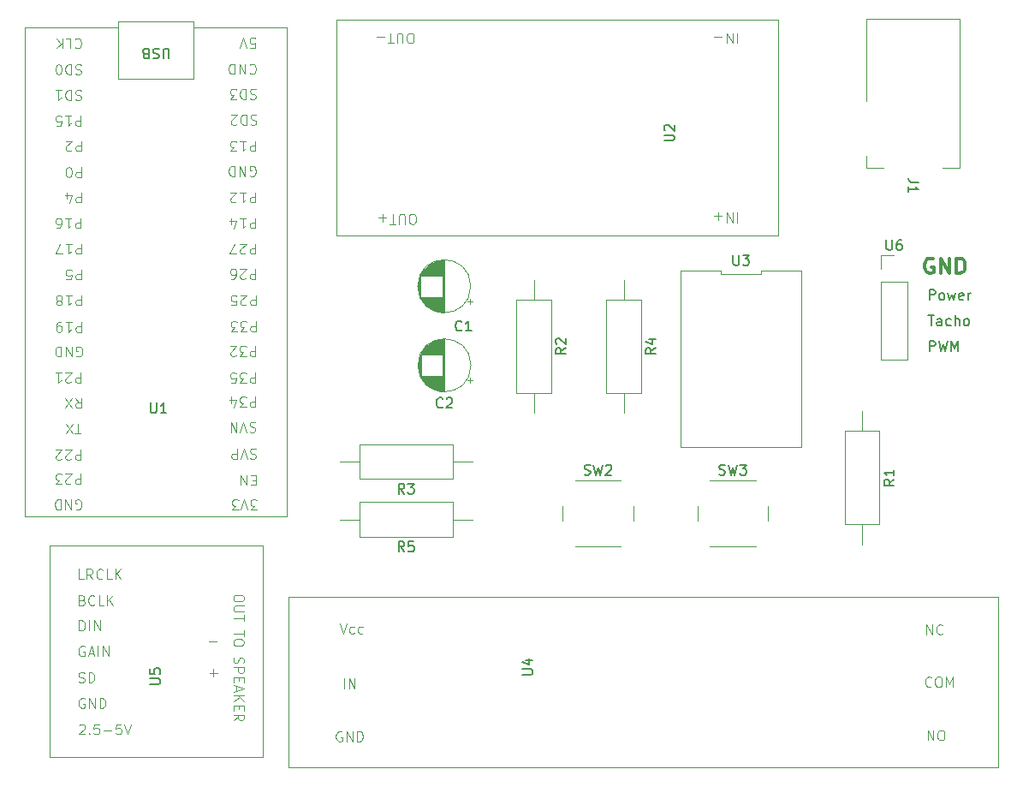
<source format=gto>
G04 #@! TF.GenerationSoftware,KiCad,Pcbnew,8.0.1*
G04 #@! TF.CreationDate,2024-04-23T21:18:21-07:00*
G04 #@! TF.ProjectId,FanSystem,46616e53-7973-4746-956d-2e6b69636164,1*
G04 #@! TF.SameCoordinates,Original*
G04 #@! TF.FileFunction,Legend,Top*
G04 #@! TF.FilePolarity,Positive*
%FSLAX46Y46*%
G04 Gerber Fmt 4.6, Leading zero omitted, Abs format (unit mm)*
G04 Created by KiCad (PCBNEW 8.0.1) date 2024-04-23 21:18:21*
%MOMM*%
%LPD*%
G01*
G04 APERTURE LIST*
%ADD10C,0.300000*%
%ADD11C,0.150000*%
%ADD12C,0.100000*%
%ADD13C,0.120000*%
%ADD14O,3.180000X1.200000*%
%ADD15C,1.600000*%
%ADD16O,1.600000X1.600000*%
%ADD17R,1.600000X1.600000*%
%ADD18C,2.000000*%
%ADD19R,4.500000X2.000000*%
%ADD20O,4.000000X2.000000*%
%ADD21O,2.000000X4.000000*%
%ADD22R,1.700000X1.700000*%
%ADD23O,1.700000X1.700000*%
%ADD24O,3.800000X2.800000*%
%ADD25R,3.100000X3.100000*%
%ADD26O,2.000000X1.200000*%
%ADD27R,2.000000X1.200000*%
%ADD28C,1.800000*%
G04 APERTURE END LIST*
D10*
X174060225Y-92352257D02*
X173917368Y-92280828D01*
X173917368Y-92280828D02*
X173703082Y-92280828D01*
X173703082Y-92280828D02*
X173488796Y-92352257D01*
X173488796Y-92352257D02*
X173345939Y-92495114D01*
X173345939Y-92495114D02*
X173274510Y-92637971D01*
X173274510Y-92637971D02*
X173203082Y-92923685D01*
X173203082Y-92923685D02*
X173203082Y-93137971D01*
X173203082Y-93137971D02*
X173274510Y-93423685D01*
X173274510Y-93423685D02*
X173345939Y-93566542D01*
X173345939Y-93566542D02*
X173488796Y-93709400D01*
X173488796Y-93709400D02*
X173703082Y-93780828D01*
X173703082Y-93780828D02*
X173845939Y-93780828D01*
X173845939Y-93780828D02*
X174060225Y-93709400D01*
X174060225Y-93709400D02*
X174131653Y-93637971D01*
X174131653Y-93637971D02*
X174131653Y-93137971D01*
X174131653Y-93137971D02*
X173845939Y-93137971D01*
X174774510Y-93780828D02*
X174774510Y-92280828D01*
X174774510Y-92280828D02*
X175631653Y-93780828D01*
X175631653Y-93780828D02*
X175631653Y-92280828D01*
X176345939Y-93780828D02*
X176345939Y-92280828D01*
X176345939Y-92280828D02*
X176703082Y-92280828D01*
X176703082Y-92280828D02*
X176917368Y-92352257D01*
X176917368Y-92352257D02*
X177060225Y-92495114D01*
X177060225Y-92495114D02*
X177131654Y-92637971D01*
X177131654Y-92637971D02*
X177203082Y-92923685D01*
X177203082Y-92923685D02*
X177203082Y-93137971D01*
X177203082Y-93137971D02*
X177131654Y-93423685D01*
X177131654Y-93423685D02*
X177060225Y-93566542D01*
X177060225Y-93566542D02*
X176917368Y-93709400D01*
X176917368Y-93709400D02*
X176703082Y-93780828D01*
X176703082Y-93780828D02*
X176345939Y-93780828D01*
D11*
X173691779Y-101469819D02*
X173691779Y-100469819D01*
X173691779Y-100469819D02*
X174072731Y-100469819D01*
X174072731Y-100469819D02*
X174167969Y-100517438D01*
X174167969Y-100517438D02*
X174215588Y-100565057D01*
X174215588Y-100565057D02*
X174263207Y-100660295D01*
X174263207Y-100660295D02*
X174263207Y-100803152D01*
X174263207Y-100803152D02*
X174215588Y-100898390D01*
X174215588Y-100898390D02*
X174167969Y-100946009D01*
X174167969Y-100946009D02*
X174072731Y-100993628D01*
X174072731Y-100993628D02*
X173691779Y-100993628D01*
X174596541Y-100469819D02*
X174834636Y-101469819D01*
X174834636Y-101469819D02*
X175025112Y-100755533D01*
X175025112Y-100755533D02*
X175215588Y-101469819D01*
X175215588Y-101469819D02*
X175453684Y-100469819D01*
X175834636Y-101469819D02*
X175834636Y-100469819D01*
X175834636Y-100469819D02*
X176167969Y-101184104D01*
X176167969Y-101184104D02*
X176501302Y-100469819D01*
X176501302Y-100469819D02*
X176501302Y-101469819D01*
X173548922Y-97929819D02*
X174120350Y-97929819D01*
X173834636Y-98929819D02*
X173834636Y-97929819D01*
X174882255Y-98929819D02*
X174882255Y-98406009D01*
X174882255Y-98406009D02*
X174834636Y-98310771D01*
X174834636Y-98310771D02*
X174739398Y-98263152D01*
X174739398Y-98263152D02*
X174548922Y-98263152D01*
X174548922Y-98263152D02*
X174453684Y-98310771D01*
X174882255Y-98882200D02*
X174787017Y-98929819D01*
X174787017Y-98929819D02*
X174548922Y-98929819D01*
X174548922Y-98929819D02*
X174453684Y-98882200D01*
X174453684Y-98882200D02*
X174406065Y-98786961D01*
X174406065Y-98786961D02*
X174406065Y-98691723D01*
X174406065Y-98691723D02*
X174453684Y-98596485D01*
X174453684Y-98596485D02*
X174548922Y-98548866D01*
X174548922Y-98548866D02*
X174787017Y-98548866D01*
X174787017Y-98548866D02*
X174882255Y-98501247D01*
X175787017Y-98882200D02*
X175691779Y-98929819D01*
X175691779Y-98929819D02*
X175501303Y-98929819D01*
X175501303Y-98929819D02*
X175406065Y-98882200D01*
X175406065Y-98882200D02*
X175358446Y-98834580D01*
X175358446Y-98834580D02*
X175310827Y-98739342D01*
X175310827Y-98739342D02*
X175310827Y-98453628D01*
X175310827Y-98453628D02*
X175358446Y-98358390D01*
X175358446Y-98358390D02*
X175406065Y-98310771D01*
X175406065Y-98310771D02*
X175501303Y-98263152D01*
X175501303Y-98263152D02*
X175691779Y-98263152D01*
X175691779Y-98263152D02*
X175787017Y-98310771D01*
X176215589Y-98929819D02*
X176215589Y-97929819D01*
X176644160Y-98929819D02*
X176644160Y-98406009D01*
X176644160Y-98406009D02*
X176596541Y-98310771D01*
X176596541Y-98310771D02*
X176501303Y-98263152D01*
X176501303Y-98263152D02*
X176358446Y-98263152D01*
X176358446Y-98263152D02*
X176263208Y-98310771D01*
X176263208Y-98310771D02*
X176215589Y-98358390D01*
X177263208Y-98929819D02*
X177167970Y-98882200D01*
X177167970Y-98882200D02*
X177120351Y-98834580D01*
X177120351Y-98834580D02*
X177072732Y-98739342D01*
X177072732Y-98739342D02*
X177072732Y-98453628D01*
X177072732Y-98453628D02*
X177120351Y-98358390D01*
X177120351Y-98358390D02*
X177167970Y-98310771D01*
X177167970Y-98310771D02*
X177263208Y-98263152D01*
X177263208Y-98263152D02*
X177406065Y-98263152D01*
X177406065Y-98263152D02*
X177501303Y-98310771D01*
X177501303Y-98310771D02*
X177548922Y-98358390D01*
X177548922Y-98358390D02*
X177596541Y-98453628D01*
X177596541Y-98453628D02*
X177596541Y-98739342D01*
X177596541Y-98739342D02*
X177548922Y-98834580D01*
X177548922Y-98834580D02*
X177501303Y-98882200D01*
X177501303Y-98882200D02*
X177406065Y-98929819D01*
X177406065Y-98929819D02*
X177263208Y-98929819D01*
X173691779Y-96389819D02*
X173691779Y-95389819D01*
X173691779Y-95389819D02*
X174072731Y-95389819D01*
X174072731Y-95389819D02*
X174167969Y-95437438D01*
X174167969Y-95437438D02*
X174215588Y-95485057D01*
X174215588Y-95485057D02*
X174263207Y-95580295D01*
X174263207Y-95580295D02*
X174263207Y-95723152D01*
X174263207Y-95723152D02*
X174215588Y-95818390D01*
X174215588Y-95818390D02*
X174167969Y-95866009D01*
X174167969Y-95866009D02*
X174072731Y-95913628D01*
X174072731Y-95913628D02*
X173691779Y-95913628D01*
X174834636Y-96389819D02*
X174739398Y-96342200D01*
X174739398Y-96342200D02*
X174691779Y-96294580D01*
X174691779Y-96294580D02*
X174644160Y-96199342D01*
X174644160Y-96199342D02*
X174644160Y-95913628D01*
X174644160Y-95913628D02*
X174691779Y-95818390D01*
X174691779Y-95818390D02*
X174739398Y-95770771D01*
X174739398Y-95770771D02*
X174834636Y-95723152D01*
X174834636Y-95723152D02*
X174977493Y-95723152D01*
X174977493Y-95723152D02*
X175072731Y-95770771D01*
X175072731Y-95770771D02*
X175120350Y-95818390D01*
X175120350Y-95818390D02*
X175167969Y-95913628D01*
X175167969Y-95913628D02*
X175167969Y-96199342D01*
X175167969Y-96199342D02*
X175120350Y-96294580D01*
X175120350Y-96294580D02*
X175072731Y-96342200D01*
X175072731Y-96342200D02*
X174977493Y-96389819D01*
X174977493Y-96389819D02*
X174834636Y-96389819D01*
X175501303Y-95723152D02*
X175691779Y-96389819D01*
X175691779Y-96389819D02*
X175882255Y-95913628D01*
X175882255Y-95913628D02*
X176072731Y-96389819D01*
X176072731Y-96389819D02*
X176263207Y-95723152D01*
X177025112Y-96342200D02*
X176929874Y-96389819D01*
X176929874Y-96389819D02*
X176739398Y-96389819D01*
X176739398Y-96389819D02*
X176644160Y-96342200D01*
X176644160Y-96342200D02*
X176596541Y-96246961D01*
X176596541Y-96246961D02*
X176596541Y-95866009D01*
X176596541Y-95866009D02*
X176644160Y-95770771D01*
X176644160Y-95770771D02*
X176739398Y-95723152D01*
X176739398Y-95723152D02*
X176929874Y-95723152D01*
X176929874Y-95723152D02*
X177025112Y-95770771D01*
X177025112Y-95770771D02*
X177072731Y-95866009D01*
X177072731Y-95866009D02*
X177072731Y-95961247D01*
X177072731Y-95961247D02*
X176596541Y-96056485D01*
X177501303Y-96389819D02*
X177501303Y-95723152D01*
X177501303Y-95913628D02*
X177548922Y-95818390D01*
X177548922Y-95818390D02*
X177596541Y-95770771D01*
X177596541Y-95770771D02*
X177691779Y-95723152D01*
X177691779Y-95723152D02*
X177787017Y-95723152D01*
X154268095Y-91969819D02*
X154268095Y-92779342D01*
X154268095Y-92779342D02*
X154315714Y-92874580D01*
X154315714Y-92874580D02*
X154363333Y-92922200D01*
X154363333Y-92922200D02*
X154458571Y-92969819D01*
X154458571Y-92969819D02*
X154649047Y-92969819D01*
X154649047Y-92969819D02*
X154744285Y-92922200D01*
X154744285Y-92922200D02*
X154791904Y-92874580D01*
X154791904Y-92874580D02*
X154839523Y-92779342D01*
X154839523Y-92779342D02*
X154839523Y-91969819D01*
X155220476Y-91969819D02*
X155839523Y-91969819D01*
X155839523Y-91969819D02*
X155506190Y-92350771D01*
X155506190Y-92350771D02*
X155649047Y-92350771D01*
X155649047Y-92350771D02*
X155744285Y-92398390D01*
X155744285Y-92398390D02*
X155791904Y-92446009D01*
X155791904Y-92446009D02*
X155839523Y-92541247D01*
X155839523Y-92541247D02*
X155839523Y-92779342D01*
X155839523Y-92779342D02*
X155791904Y-92874580D01*
X155791904Y-92874580D02*
X155744285Y-92922200D01*
X155744285Y-92922200D02*
X155649047Y-92969819D01*
X155649047Y-92969819D02*
X155363333Y-92969819D01*
X155363333Y-92969819D02*
X155268095Y-92922200D01*
X155268095Y-92922200D02*
X155220476Y-92874580D01*
X170179819Y-114149166D02*
X169703628Y-114482499D01*
X170179819Y-114720594D02*
X169179819Y-114720594D01*
X169179819Y-114720594D02*
X169179819Y-114339642D01*
X169179819Y-114339642D02*
X169227438Y-114244404D01*
X169227438Y-114244404D02*
X169275057Y-114196785D01*
X169275057Y-114196785D02*
X169370295Y-114149166D01*
X169370295Y-114149166D02*
X169513152Y-114149166D01*
X169513152Y-114149166D02*
X169608390Y-114196785D01*
X169608390Y-114196785D02*
X169656009Y-114244404D01*
X169656009Y-114244404D02*
X169703628Y-114339642D01*
X169703628Y-114339642D02*
X169703628Y-114720594D01*
X170179819Y-113196785D02*
X170179819Y-113768213D01*
X170179819Y-113482499D02*
X169179819Y-113482499D01*
X169179819Y-113482499D02*
X169322676Y-113577737D01*
X169322676Y-113577737D02*
X169417914Y-113672975D01*
X169417914Y-113672975D02*
X169465533Y-113768213D01*
X127423446Y-99362780D02*
X127375827Y-99410400D01*
X127375827Y-99410400D02*
X127232970Y-99458019D01*
X127232970Y-99458019D02*
X127137732Y-99458019D01*
X127137732Y-99458019D02*
X126994875Y-99410400D01*
X126994875Y-99410400D02*
X126899637Y-99315161D01*
X126899637Y-99315161D02*
X126852018Y-99219923D01*
X126852018Y-99219923D02*
X126804399Y-99029447D01*
X126804399Y-99029447D02*
X126804399Y-98886590D01*
X126804399Y-98886590D02*
X126852018Y-98696114D01*
X126852018Y-98696114D02*
X126899637Y-98600876D01*
X126899637Y-98600876D02*
X126994875Y-98505638D01*
X126994875Y-98505638D02*
X127137732Y-98458019D01*
X127137732Y-98458019D02*
X127232970Y-98458019D01*
X127232970Y-98458019D02*
X127375827Y-98505638D01*
X127375827Y-98505638D02*
X127423446Y-98553257D01*
X128375827Y-99458019D02*
X127804399Y-99458019D01*
X128090113Y-99458019D02*
X128090113Y-98458019D01*
X128090113Y-98458019D02*
X127994875Y-98600876D01*
X127994875Y-98600876D02*
X127899637Y-98696114D01*
X127899637Y-98696114D02*
X127804399Y-98743733D01*
X152896667Y-113659700D02*
X153039524Y-113707319D01*
X153039524Y-113707319D02*
X153277619Y-113707319D01*
X153277619Y-113707319D02*
X153372857Y-113659700D01*
X153372857Y-113659700D02*
X153420476Y-113612080D01*
X153420476Y-113612080D02*
X153468095Y-113516842D01*
X153468095Y-113516842D02*
X153468095Y-113421604D01*
X153468095Y-113421604D02*
X153420476Y-113326366D01*
X153420476Y-113326366D02*
X153372857Y-113278747D01*
X153372857Y-113278747D02*
X153277619Y-113231128D01*
X153277619Y-113231128D02*
X153087143Y-113183509D01*
X153087143Y-113183509D02*
X152991905Y-113135890D01*
X152991905Y-113135890D02*
X152944286Y-113088271D01*
X152944286Y-113088271D02*
X152896667Y-112993033D01*
X152896667Y-112993033D02*
X152896667Y-112897795D01*
X152896667Y-112897795D02*
X152944286Y-112802557D01*
X152944286Y-112802557D02*
X152991905Y-112754938D01*
X152991905Y-112754938D02*
X153087143Y-112707319D01*
X153087143Y-112707319D02*
X153325238Y-112707319D01*
X153325238Y-112707319D02*
X153468095Y-112754938D01*
X153801429Y-112707319D02*
X154039524Y-113707319D01*
X154039524Y-113707319D02*
X154230000Y-112993033D01*
X154230000Y-112993033D02*
X154420476Y-113707319D01*
X154420476Y-113707319D02*
X154658572Y-112707319D01*
X154944286Y-112707319D02*
X155563333Y-112707319D01*
X155563333Y-112707319D02*
X155230000Y-113088271D01*
X155230000Y-113088271D02*
X155372857Y-113088271D01*
X155372857Y-113088271D02*
X155468095Y-113135890D01*
X155468095Y-113135890D02*
X155515714Y-113183509D01*
X155515714Y-113183509D02*
X155563333Y-113278747D01*
X155563333Y-113278747D02*
X155563333Y-113516842D01*
X155563333Y-113516842D02*
X155515714Y-113612080D01*
X155515714Y-113612080D02*
X155468095Y-113659700D01*
X155468095Y-113659700D02*
X155372857Y-113707319D01*
X155372857Y-113707319D02*
X155087143Y-113707319D01*
X155087143Y-113707319D02*
X154991905Y-113659700D01*
X154991905Y-113659700D02*
X154944286Y-113612080D01*
X172595180Y-84756666D02*
X171880895Y-84756666D01*
X171880895Y-84756666D02*
X171738038Y-84709047D01*
X171738038Y-84709047D02*
X171642800Y-84613809D01*
X171642800Y-84613809D02*
X171595180Y-84470952D01*
X171595180Y-84470952D02*
X171595180Y-84375714D01*
X171595180Y-85756666D02*
X171595180Y-85185238D01*
X171595180Y-85470952D02*
X172595180Y-85470952D01*
X172595180Y-85470952D02*
X172452323Y-85375714D01*
X172452323Y-85375714D02*
X172357085Y-85280476D01*
X172357085Y-85280476D02*
X172309466Y-85185238D01*
X169418095Y-90469819D02*
X169418095Y-91279342D01*
X169418095Y-91279342D02*
X169465714Y-91374580D01*
X169465714Y-91374580D02*
X169513333Y-91422200D01*
X169513333Y-91422200D02*
X169608571Y-91469819D01*
X169608571Y-91469819D02*
X169799047Y-91469819D01*
X169799047Y-91469819D02*
X169894285Y-91422200D01*
X169894285Y-91422200D02*
X169941904Y-91374580D01*
X169941904Y-91374580D02*
X169989523Y-91279342D01*
X169989523Y-91279342D02*
X169989523Y-90469819D01*
X170894285Y-90469819D02*
X170703809Y-90469819D01*
X170703809Y-90469819D02*
X170608571Y-90517438D01*
X170608571Y-90517438D02*
X170560952Y-90565057D01*
X170560952Y-90565057D02*
X170465714Y-90707914D01*
X170465714Y-90707914D02*
X170418095Y-90898390D01*
X170418095Y-90898390D02*
X170418095Y-91279342D01*
X170418095Y-91279342D02*
X170465714Y-91374580D01*
X170465714Y-91374580D02*
X170513333Y-91422200D01*
X170513333Y-91422200D02*
X170608571Y-91469819D01*
X170608571Y-91469819D02*
X170799047Y-91469819D01*
X170799047Y-91469819D02*
X170894285Y-91422200D01*
X170894285Y-91422200D02*
X170941904Y-91374580D01*
X170941904Y-91374580D02*
X170989523Y-91279342D01*
X170989523Y-91279342D02*
X170989523Y-91041247D01*
X170989523Y-91041247D02*
X170941904Y-90946009D01*
X170941904Y-90946009D02*
X170894285Y-90898390D01*
X170894285Y-90898390D02*
X170799047Y-90850771D01*
X170799047Y-90850771D02*
X170608571Y-90850771D01*
X170608571Y-90850771D02*
X170513333Y-90898390D01*
X170513333Y-90898390D02*
X170465714Y-90946009D01*
X170465714Y-90946009D02*
X170418095Y-91041247D01*
X146609819Y-101159166D02*
X146133628Y-101492499D01*
X146609819Y-101730594D02*
X145609819Y-101730594D01*
X145609819Y-101730594D02*
X145609819Y-101349642D01*
X145609819Y-101349642D02*
X145657438Y-101254404D01*
X145657438Y-101254404D02*
X145705057Y-101206785D01*
X145705057Y-101206785D02*
X145800295Y-101159166D01*
X145800295Y-101159166D02*
X145943152Y-101159166D01*
X145943152Y-101159166D02*
X146038390Y-101206785D01*
X146038390Y-101206785D02*
X146086009Y-101254404D01*
X146086009Y-101254404D02*
X146133628Y-101349642D01*
X146133628Y-101349642D02*
X146133628Y-101730594D01*
X145943152Y-100302023D02*
X146609819Y-100302023D01*
X145562200Y-100540118D02*
X146276485Y-100778213D01*
X146276485Y-100778213D02*
X146276485Y-100159166D01*
X133435419Y-133465804D02*
X134244942Y-133465804D01*
X134244942Y-133465804D02*
X134340180Y-133418185D01*
X134340180Y-133418185D02*
X134387800Y-133370566D01*
X134387800Y-133370566D02*
X134435419Y-133275328D01*
X134435419Y-133275328D02*
X134435419Y-133084852D01*
X134435419Y-133084852D02*
X134387800Y-132989614D01*
X134387800Y-132989614D02*
X134340180Y-132941995D01*
X134340180Y-132941995D02*
X134244942Y-132894376D01*
X134244942Y-132894376D02*
X133435419Y-132894376D01*
X133768752Y-131989614D02*
X134435419Y-131989614D01*
X133387800Y-132227709D02*
X134102085Y-132465804D01*
X134102085Y-132465804D02*
X134102085Y-131846757D01*
D12*
X173502084Y-139942319D02*
X173502084Y-138942319D01*
X173502084Y-138942319D02*
X174073512Y-139942319D01*
X174073512Y-139942319D02*
X174073512Y-138942319D01*
X174740179Y-138942319D02*
X174930655Y-138942319D01*
X174930655Y-138942319D02*
X175025893Y-138989938D01*
X175025893Y-138989938D02*
X175121131Y-139085176D01*
X175121131Y-139085176D02*
X175168750Y-139275652D01*
X175168750Y-139275652D02*
X175168750Y-139608985D01*
X175168750Y-139608985D02*
X175121131Y-139799461D01*
X175121131Y-139799461D02*
X175025893Y-139894700D01*
X175025893Y-139894700D02*
X174930655Y-139942319D01*
X174930655Y-139942319D02*
X174740179Y-139942319D01*
X174740179Y-139942319D02*
X174644941Y-139894700D01*
X174644941Y-139894700D02*
X174549703Y-139799461D01*
X174549703Y-139799461D02*
X174502084Y-139608985D01*
X174502084Y-139608985D02*
X174502084Y-139275652D01*
X174502084Y-139275652D02*
X174549703Y-139085176D01*
X174549703Y-139085176D02*
X174644941Y-138989938D01*
X174644941Y-138989938D02*
X174740179Y-138942319D01*
X173870312Y-134563880D02*
X173822693Y-134611500D01*
X173822693Y-134611500D02*
X173679836Y-134659119D01*
X173679836Y-134659119D02*
X173584598Y-134659119D01*
X173584598Y-134659119D02*
X173441741Y-134611500D01*
X173441741Y-134611500D02*
X173346503Y-134516261D01*
X173346503Y-134516261D02*
X173298884Y-134421023D01*
X173298884Y-134421023D02*
X173251265Y-134230547D01*
X173251265Y-134230547D02*
X173251265Y-134087690D01*
X173251265Y-134087690D02*
X173298884Y-133897214D01*
X173298884Y-133897214D02*
X173346503Y-133801976D01*
X173346503Y-133801976D02*
X173441741Y-133706738D01*
X173441741Y-133706738D02*
X173584598Y-133659119D01*
X173584598Y-133659119D02*
X173679836Y-133659119D01*
X173679836Y-133659119D02*
X173822693Y-133706738D01*
X173822693Y-133706738D02*
X173870312Y-133754357D01*
X174489360Y-133659119D02*
X174679836Y-133659119D01*
X174679836Y-133659119D02*
X174775074Y-133706738D01*
X174775074Y-133706738D02*
X174870312Y-133801976D01*
X174870312Y-133801976D02*
X174917931Y-133992452D01*
X174917931Y-133992452D02*
X174917931Y-134325785D01*
X174917931Y-134325785D02*
X174870312Y-134516261D01*
X174870312Y-134516261D02*
X174775074Y-134611500D01*
X174775074Y-134611500D02*
X174679836Y-134659119D01*
X174679836Y-134659119D02*
X174489360Y-134659119D01*
X174489360Y-134659119D02*
X174394122Y-134611500D01*
X174394122Y-134611500D02*
X174298884Y-134516261D01*
X174298884Y-134516261D02*
X174251265Y-134325785D01*
X174251265Y-134325785D02*
X174251265Y-133992452D01*
X174251265Y-133992452D02*
X174298884Y-133801976D01*
X174298884Y-133801976D02*
X174394122Y-133706738D01*
X174394122Y-133706738D02*
X174489360Y-133659119D01*
X175346503Y-134659119D02*
X175346503Y-133659119D01*
X175346503Y-133659119D02*
X175679836Y-134373404D01*
X175679836Y-134373404D02*
X176013169Y-133659119D01*
X176013169Y-133659119D02*
X176013169Y-134659119D01*
X115793284Y-134811519D02*
X115793284Y-133811519D01*
X116269474Y-134811519D02*
X116269474Y-133811519D01*
X116269474Y-133811519D02*
X116840902Y-134811519D01*
X116840902Y-134811519D02*
X116840902Y-133811519D01*
X173349684Y-129477519D02*
X173349684Y-128477519D01*
X173349684Y-128477519D02*
X173921112Y-129477519D01*
X173921112Y-129477519D02*
X173921112Y-128477519D01*
X174968731Y-129382280D02*
X174921112Y-129429900D01*
X174921112Y-129429900D02*
X174778255Y-129477519D01*
X174778255Y-129477519D02*
X174683017Y-129477519D01*
X174683017Y-129477519D02*
X174540160Y-129429900D01*
X174540160Y-129429900D02*
X174444922Y-129334661D01*
X174444922Y-129334661D02*
X174397303Y-129239423D01*
X174397303Y-129239423D02*
X174349684Y-129048947D01*
X174349684Y-129048947D02*
X174349684Y-128906090D01*
X174349684Y-128906090D02*
X174397303Y-128715614D01*
X174397303Y-128715614D02*
X174444922Y-128620376D01*
X174444922Y-128620376D02*
X174540160Y-128525138D01*
X174540160Y-128525138D02*
X174683017Y-128477519D01*
X174683017Y-128477519D02*
X174778255Y-128477519D01*
X174778255Y-128477519D02*
X174921112Y-128525138D01*
X174921112Y-128525138D02*
X174968731Y-128572757D01*
X115345627Y-128375919D02*
X115678960Y-129375919D01*
X115678960Y-129375919D02*
X116012293Y-128375919D01*
X116774198Y-129328300D02*
X116678960Y-129375919D01*
X116678960Y-129375919D02*
X116488484Y-129375919D01*
X116488484Y-129375919D02*
X116393246Y-129328300D01*
X116393246Y-129328300D02*
X116345627Y-129280680D01*
X116345627Y-129280680D02*
X116298008Y-129185442D01*
X116298008Y-129185442D02*
X116298008Y-128899728D01*
X116298008Y-128899728D02*
X116345627Y-128804490D01*
X116345627Y-128804490D02*
X116393246Y-128756871D01*
X116393246Y-128756871D02*
X116488484Y-128709252D01*
X116488484Y-128709252D02*
X116678960Y-128709252D01*
X116678960Y-128709252D02*
X116774198Y-128756871D01*
X117631341Y-129328300D02*
X117536103Y-129375919D01*
X117536103Y-129375919D02*
X117345627Y-129375919D01*
X117345627Y-129375919D02*
X117250389Y-129328300D01*
X117250389Y-129328300D02*
X117202770Y-129280680D01*
X117202770Y-129280680D02*
X117155151Y-129185442D01*
X117155151Y-129185442D02*
X117155151Y-128899728D01*
X117155151Y-128899728D02*
X117202770Y-128804490D01*
X117202770Y-128804490D02*
X117250389Y-128756871D01*
X117250389Y-128756871D02*
X117345627Y-128709252D01*
X117345627Y-128709252D02*
X117536103Y-128709252D01*
X117536103Y-128709252D02*
X117631341Y-128756871D01*
X115555093Y-139091538D02*
X115459855Y-139043919D01*
X115459855Y-139043919D02*
X115316998Y-139043919D01*
X115316998Y-139043919D02*
X115174141Y-139091538D01*
X115174141Y-139091538D02*
X115078903Y-139186776D01*
X115078903Y-139186776D02*
X115031284Y-139282014D01*
X115031284Y-139282014D02*
X114983665Y-139472490D01*
X114983665Y-139472490D02*
X114983665Y-139615347D01*
X114983665Y-139615347D02*
X115031284Y-139805823D01*
X115031284Y-139805823D02*
X115078903Y-139901061D01*
X115078903Y-139901061D02*
X115174141Y-139996300D01*
X115174141Y-139996300D02*
X115316998Y-140043919D01*
X115316998Y-140043919D02*
X115412236Y-140043919D01*
X115412236Y-140043919D02*
X115555093Y-139996300D01*
X115555093Y-139996300D02*
X115602712Y-139948680D01*
X115602712Y-139948680D02*
X115602712Y-139615347D01*
X115602712Y-139615347D02*
X115412236Y-139615347D01*
X116031284Y-140043919D02*
X116031284Y-139043919D01*
X116031284Y-139043919D02*
X116602712Y-140043919D01*
X116602712Y-140043919D02*
X116602712Y-139043919D01*
X117078903Y-140043919D02*
X117078903Y-139043919D01*
X117078903Y-139043919D02*
X117316998Y-139043919D01*
X117316998Y-139043919D02*
X117459855Y-139091538D01*
X117459855Y-139091538D02*
X117555093Y-139186776D01*
X117555093Y-139186776D02*
X117602712Y-139282014D01*
X117602712Y-139282014D02*
X117650331Y-139472490D01*
X117650331Y-139472490D02*
X117650331Y-139615347D01*
X117650331Y-139615347D02*
X117602712Y-139805823D01*
X117602712Y-139805823D02*
X117555093Y-139901061D01*
X117555093Y-139901061D02*
X117459855Y-139996300D01*
X117459855Y-139996300D02*
X117316998Y-140043919D01*
X117316998Y-140043919D02*
X117078903Y-140043919D01*
D11*
X137719819Y-101159166D02*
X137243628Y-101492499D01*
X137719819Y-101730594D02*
X136719819Y-101730594D01*
X136719819Y-101730594D02*
X136719819Y-101349642D01*
X136719819Y-101349642D02*
X136767438Y-101254404D01*
X136767438Y-101254404D02*
X136815057Y-101206785D01*
X136815057Y-101206785D02*
X136910295Y-101159166D01*
X136910295Y-101159166D02*
X137053152Y-101159166D01*
X137053152Y-101159166D02*
X137148390Y-101206785D01*
X137148390Y-101206785D02*
X137196009Y-101254404D01*
X137196009Y-101254404D02*
X137243628Y-101349642D01*
X137243628Y-101349642D02*
X137243628Y-101730594D01*
X136815057Y-100778213D02*
X136767438Y-100730594D01*
X136767438Y-100730594D02*
X136719819Y-100635356D01*
X136719819Y-100635356D02*
X136719819Y-100397261D01*
X136719819Y-100397261D02*
X136767438Y-100302023D01*
X136767438Y-100302023D02*
X136815057Y-100254404D01*
X136815057Y-100254404D02*
X136910295Y-100206785D01*
X136910295Y-100206785D02*
X137005533Y-100206785D01*
X137005533Y-100206785D02*
X137148390Y-100254404D01*
X137148390Y-100254404D02*
X137719819Y-100825832D01*
X137719819Y-100825832D02*
X137719819Y-100206785D01*
X125543333Y-106979580D02*
X125495714Y-107027200D01*
X125495714Y-107027200D02*
X125352857Y-107074819D01*
X125352857Y-107074819D02*
X125257619Y-107074819D01*
X125257619Y-107074819D02*
X125114762Y-107027200D01*
X125114762Y-107027200D02*
X125019524Y-106931961D01*
X125019524Y-106931961D02*
X124971905Y-106836723D01*
X124971905Y-106836723D02*
X124924286Y-106646247D01*
X124924286Y-106646247D02*
X124924286Y-106503390D01*
X124924286Y-106503390D02*
X124971905Y-106312914D01*
X124971905Y-106312914D02*
X125019524Y-106217676D01*
X125019524Y-106217676D02*
X125114762Y-106122438D01*
X125114762Y-106122438D02*
X125257619Y-106074819D01*
X125257619Y-106074819D02*
X125352857Y-106074819D01*
X125352857Y-106074819D02*
X125495714Y-106122438D01*
X125495714Y-106122438D02*
X125543333Y-106170057D01*
X125924286Y-106170057D02*
X125971905Y-106122438D01*
X125971905Y-106122438D02*
X126067143Y-106074819D01*
X126067143Y-106074819D02*
X126305238Y-106074819D01*
X126305238Y-106074819D02*
X126400476Y-106122438D01*
X126400476Y-106122438D02*
X126448095Y-106170057D01*
X126448095Y-106170057D02*
X126495714Y-106265295D01*
X126495714Y-106265295D02*
X126495714Y-106360533D01*
X126495714Y-106360533D02*
X126448095Y-106503390D01*
X126448095Y-106503390D02*
X125876667Y-107074819D01*
X125876667Y-107074819D02*
X126495714Y-107074819D01*
X121753333Y-115569819D02*
X121420000Y-115093628D01*
X121181905Y-115569819D02*
X121181905Y-114569819D01*
X121181905Y-114569819D02*
X121562857Y-114569819D01*
X121562857Y-114569819D02*
X121658095Y-114617438D01*
X121658095Y-114617438D02*
X121705714Y-114665057D01*
X121705714Y-114665057D02*
X121753333Y-114760295D01*
X121753333Y-114760295D02*
X121753333Y-114903152D01*
X121753333Y-114903152D02*
X121705714Y-114998390D01*
X121705714Y-114998390D02*
X121658095Y-115046009D01*
X121658095Y-115046009D02*
X121562857Y-115093628D01*
X121562857Y-115093628D02*
X121181905Y-115093628D01*
X122086667Y-114569819D02*
X122705714Y-114569819D01*
X122705714Y-114569819D02*
X122372381Y-114950771D01*
X122372381Y-114950771D02*
X122515238Y-114950771D01*
X122515238Y-114950771D02*
X122610476Y-114998390D01*
X122610476Y-114998390D02*
X122658095Y-115046009D01*
X122658095Y-115046009D02*
X122705714Y-115141247D01*
X122705714Y-115141247D02*
X122705714Y-115379342D01*
X122705714Y-115379342D02*
X122658095Y-115474580D01*
X122658095Y-115474580D02*
X122610476Y-115522200D01*
X122610476Y-115522200D02*
X122515238Y-115569819D01*
X122515238Y-115569819D02*
X122229524Y-115569819D01*
X122229524Y-115569819D02*
X122134286Y-115522200D01*
X122134286Y-115522200D02*
X122086667Y-115474580D01*
X147435219Y-80657604D02*
X148244742Y-80657604D01*
X148244742Y-80657604D02*
X148339980Y-80609985D01*
X148339980Y-80609985D02*
X148387600Y-80562366D01*
X148387600Y-80562366D02*
X148435219Y-80467128D01*
X148435219Y-80467128D02*
X148435219Y-80276652D01*
X148435219Y-80276652D02*
X148387600Y-80181414D01*
X148387600Y-80181414D02*
X148339980Y-80133795D01*
X148339980Y-80133795D02*
X148244742Y-80086176D01*
X148244742Y-80086176D02*
X147435219Y-80086176D01*
X147530457Y-79657604D02*
X147482838Y-79609985D01*
X147482838Y-79609985D02*
X147435219Y-79514747D01*
X147435219Y-79514747D02*
X147435219Y-79276652D01*
X147435219Y-79276652D02*
X147482838Y-79181414D01*
X147482838Y-79181414D02*
X147530457Y-79133795D01*
X147530457Y-79133795D02*
X147625695Y-79086176D01*
X147625695Y-79086176D02*
X147720933Y-79086176D01*
X147720933Y-79086176D02*
X147863790Y-79133795D01*
X147863790Y-79133795D02*
X148435219Y-79705223D01*
X148435219Y-79705223D02*
X148435219Y-79086176D01*
D12*
X154686915Y-70015680D02*
X154686915Y-71015680D01*
X154210725Y-70015680D02*
X154210725Y-71015680D01*
X154210725Y-71015680D02*
X153639297Y-70015680D01*
X153639297Y-70015680D02*
X153639297Y-71015680D01*
X153163106Y-70396633D02*
X152401202Y-70396633D01*
X154686915Y-87744880D02*
X154686915Y-88744880D01*
X154210725Y-87744880D02*
X154210725Y-88744880D01*
X154210725Y-88744880D02*
X153639297Y-87744880D01*
X153639297Y-87744880D02*
X153639297Y-88744880D01*
X153163106Y-88125833D02*
X152401202Y-88125833D01*
X152782154Y-87744880D02*
X152782154Y-88506785D01*
X122441639Y-71015680D02*
X122251163Y-71015680D01*
X122251163Y-71015680D02*
X122155925Y-70968061D01*
X122155925Y-70968061D02*
X122060687Y-70872823D01*
X122060687Y-70872823D02*
X122013068Y-70682347D01*
X122013068Y-70682347D02*
X122013068Y-70349014D01*
X122013068Y-70349014D02*
X122060687Y-70158538D01*
X122060687Y-70158538D02*
X122155925Y-70063300D01*
X122155925Y-70063300D02*
X122251163Y-70015680D01*
X122251163Y-70015680D02*
X122441639Y-70015680D01*
X122441639Y-70015680D02*
X122536877Y-70063300D01*
X122536877Y-70063300D02*
X122632115Y-70158538D01*
X122632115Y-70158538D02*
X122679734Y-70349014D01*
X122679734Y-70349014D02*
X122679734Y-70682347D01*
X122679734Y-70682347D02*
X122632115Y-70872823D01*
X122632115Y-70872823D02*
X122536877Y-70968061D01*
X122536877Y-70968061D02*
X122441639Y-71015680D01*
X121584496Y-71015680D02*
X121584496Y-70206157D01*
X121584496Y-70206157D02*
X121536877Y-70110919D01*
X121536877Y-70110919D02*
X121489258Y-70063300D01*
X121489258Y-70063300D02*
X121394020Y-70015680D01*
X121394020Y-70015680D02*
X121203544Y-70015680D01*
X121203544Y-70015680D02*
X121108306Y-70063300D01*
X121108306Y-70063300D02*
X121060687Y-70110919D01*
X121060687Y-70110919D02*
X121013068Y-70206157D01*
X121013068Y-70206157D02*
X121013068Y-71015680D01*
X120679734Y-71015680D02*
X120108306Y-71015680D01*
X120394020Y-70015680D02*
X120394020Y-71015680D01*
X119774972Y-70396633D02*
X119013068Y-70396633D01*
X122644839Y-88897280D02*
X122454363Y-88897280D01*
X122454363Y-88897280D02*
X122359125Y-88849661D01*
X122359125Y-88849661D02*
X122263887Y-88754423D01*
X122263887Y-88754423D02*
X122216268Y-88563947D01*
X122216268Y-88563947D02*
X122216268Y-88230614D01*
X122216268Y-88230614D02*
X122263887Y-88040138D01*
X122263887Y-88040138D02*
X122359125Y-87944900D01*
X122359125Y-87944900D02*
X122454363Y-87897280D01*
X122454363Y-87897280D02*
X122644839Y-87897280D01*
X122644839Y-87897280D02*
X122740077Y-87944900D01*
X122740077Y-87944900D02*
X122835315Y-88040138D01*
X122835315Y-88040138D02*
X122882934Y-88230614D01*
X122882934Y-88230614D02*
X122882934Y-88563947D01*
X122882934Y-88563947D02*
X122835315Y-88754423D01*
X122835315Y-88754423D02*
X122740077Y-88849661D01*
X122740077Y-88849661D02*
X122644839Y-88897280D01*
X121787696Y-88897280D02*
X121787696Y-88087757D01*
X121787696Y-88087757D02*
X121740077Y-87992519D01*
X121740077Y-87992519D02*
X121692458Y-87944900D01*
X121692458Y-87944900D02*
X121597220Y-87897280D01*
X121597220Y-87897280D02*
X121406744Y-87897280D01*
X121406744Y-87897280D02*
X121311506Y-87944900D01*
X121311506Y-87944900D02*
X121263887Y-87992519D01*
X121263887Y-87992519D02*
X121216268Y-88087757D01*
X121216268Y-88087757D02*
X121216268Y-88897280D01*
X120882934Y-88897280D02*
X120311506Y-88897280D01*
X120597220Y-87897280D02*
X120597220Y-88897280D01*
X119978172Y-88278233D02*
X119216268Y-88278233D01*
X119597220Y-87897280D02*
X119597220Y-88659185D01*
D11*
X96647095Y-106576019D02*
X96647095Y-107385542D01*
X96647095Y-107385542D02*
X96694714Y-107480780D01*
X96694714Y-107480780D02*
X96742333Y-107528400D01*
X96742333Y-107528400D02*
X96837571Y-107576019D01*
X96837571Y-107576019D02*
X97028047Y-107576019D01*
X97028047Y-107576019D02*
X97123285Y-107528400D01*
X97123285Y-107528400D02*
X97170904Y-107480780D01*
X97170904Y-107480780D02*
X97218523Y-107385542D01*
X97218523Y-107385542D02*
X97218523Y-106576019D01*
X98218523Y-107576019D02*
X97647095Y-107576019D01*
X97932809Y-107576019D02*
X97932809Y-106576019D01*
X97932809Y-106576019D02*
X97837571Y-106718876D01*
X97837571Y-106718876D02*
X97742333Y-106814114D01*
X97742333Y-106814114D02*
X97647095Y-106861733D01*
D12*
X107011115Y-80680380D02*
X107011115Y-81680380D01*
X107011115Y-81680380D02*
X106630163Y-81680380D01*
X106630163Y-81680380D02*
X106534925Y-81632761D01*
X106534925Y-81632761D02*
X106487306Y-81585142D01*
X106487306Y-81585142D02*
X106439687Y-81489904D01*
X106439687Y-81489904D02*
X106439687Y-81347047D01*
X106439687Y-81347047D02*
X106487306Y-81251809D01*
X106487306Y-81251809D02*
X106534925Y-81204190D01*
X106534925Y-81204190D02*
X106630163Y-81156571D01*
X106630163Y-81156571D02*
X107011115Y-81156571D01*
X105487306Y-80680380D02*
X106058734Y-80680380D01*
X105773020Y-80680380D02*
X105773020Y-81680380D01*
X105773020Y-81680380D02*
X105868258Y-81537523D01*
X105868258Y-81537523D02*
X105963496Y-81442285D01*
X105963496Y-81442285D02*
X106058734Y-81394666D01*
X105153972Y-81680380D02*
X104534925Y-81680380D01*
X104534925Y-81680380D02*
X104868258Y-81299428D01*
X104868258Y-81299428D02*
X104725401Y-81299428D01*
X104725401Y-81299428D02*
X104630163Y-81251809D01*
X104630163Y-81251809D02*
X104582544Y-81204190D01*
X104582544Y-81204190D02*
X104534925Y-81108952D01*
X104534925Y-81108952D02*
X104534925Y-80870857D01*
X104534925Y-80870857D02*
X104582544Y-80775619D01*
X104582544Y-80775619D02*
X104630163Y-80728000D01*
X104630163Y-80728000D02*
X104725401Y-80680380D01*
X104725401Y-80680380D02*
X105011115Y-80680380D01*
X105011115Y-80680380D02*
X105106353Y-80728000D01*
X105106353Y-80728000D02*
X105153972Y-80775619D01*
X89789915Y-90840380D02*
X89789915Y-91840380D01*
X89789915Y-91840380D02*
X89408963Y-91840380D01*
X89408963Y-91840380D02*
X89313725Y-91792761D01*
X89313725Y-91792761D02*
X89266106Y-91745142D01*
X89266106Y-91745142D02*
X89218487Y-91649904D01*
X89218487Y-91649904D02*
X89218487Y-91507047D01*
X89218487Y-91507047D02*
X89266106Y-91411809D01*
X89266106Y-91411809D02*
X89313725Y-91364190D01*
X89313725Y-91364190D02*
X89408963Y-91316571D01*
X89408963Y-91316571D02*
X89789915Y-91316571D01*
X88266106Y-90840380D02*
X88837534Y-90840380D01*
X88551820Y-90840380D02*
X88551820Y-91840380D01*
X88551820Y-91840380D02*
X88647058Y-91697523D01*
X88647058Y-91697523D02*
X88742296Y-91602285D01*
X88742296Y-91602285D02*
X88837534Y-91554666D01*
X87932772Y-91840380D02*
X87266106Y-91840380D01*
X87266106Y-91840380D02*
X87694677Y-90840380D01*
X89789915Y-95920380D02*
X89789915Y-96920380D01*
X89789915Y-96920380D02*
X89408963Y-96920380D01*
X89408963Y-96920380D02*
X89313725Y-96872761D01*
X89313725Y-96872761D02*
X89266106Y-96825142D01*
X89266106Y-96825142D02*
X89218487Y-96729904D01*
X89218487Y-96729904D02*
X89218487Y-96587047D01*
X89218487Y-96587047D02*
X89266106Y-96491809D01*
X89266106Y-96491809D02*
X89313725Y-96444190D01*
X89313725Y-96444190D02*
X89408963Y-96396571D01*
X89408963Y-96396571D02*
X89789915Y-96396571D01*
X88266106Y-95920380D02*
X88837534Y-95920380D01*
X88551820Y-95920380D02*
X88551820Y-96920380D01*
X88551820Y-96920380D02*
X88647058Y-96777523D01*
X88647058Y-96777523D02*
X88742296Y-96682285D01*
X88742296Y-96682285D02*
X88837534Y-96634666D01*
X87694677Y-96491809D02*
X87789915Y-96539428D01*
X87789915Y-96539428D02*
X87837534Y-96587047D01*
X87837534Y-96587047D02*
X87885153Y-96682285D01*
X87885153Y-96682285D02*
X87885153Y-96729904D01*
X87885153Y-96729904D02*
X87837534Y-96825142D01*
X87837534Y-96825142D02*
X87789915Y-96872761D01*
X87789915Y-96872761D02*
X87694677Y-96920380D01*
X87694677Y-96920380D02*
X87504201Y-96920380D01*
X87504201Y-96920380D02*
X87408963Y-96872761D01*
X87408963Y-96872761D02*
X87361344Y-96825142D01*
X87361344Y-96825142D02*
X87313725Y-96729904D01*
X87313725Y-96729904D02*
X87313725Y-96682285D01*
X87313725Y-96682285D02*
X87361344Y-96587047D01*
X87361344Y-96587047D02*
X87408963Y-96539428D01*
X87408963Y-96539428D02*
X87504201Y-96491809D01*
X87504201Y-96491809D02*
X87694677Y-96491809D01*
X87694677Y-96491809D02*
X87789915Y-96444190D01*
X87789915Y-96444190D02*
X87837534Y-96396571D01*
X87837534Y-96396571D02*
X87885153Y-96301333D01*
X87885153Y-96301333D02*
X87885153Y-96110857D01*
X87885153Y-96110857D02*
X87837534Y-96015619D01*
X87837534Y-96015619D02*
X87789915Y-95968000D01*
X87789915Y-95968000D02*
X87694677Y-95920380D01*
X87694677Y-95920380D02*
X87504201Y-95920380D01*
X87504201Y-95920380D02*
X87408963Y-95968000D01*
X87408963Y-95968000D02*
X87361344Y-96015619D01*
X87361344Y-96015619D02*
X87313725Y-96110857D01*
X87313725Y-96110857D02*
X87313725Y-96301333D01*
X87313725Y-96301333D02*
X87361344Y-96396571D01*
X87361344Y-96396571D02*
X87408963Y-96444190D01*
X87408963Y-96444190D02*
X87504201Y-96491809D01*
X107007934Y-108515600D02*
X106865077Y-108467980D01*
X106865077Y-108467980D02*
X106626982Y-108467980D01*
X106626982Y-108467980D02*
X106531744Y-108515600D01*
X106531744Y-108515600D02*
X106484125Y-108563219D01*
X106484125Y-108563219D02*
X106436506Y-108658457D01*
X106436506Y-108658457D02*
X106436506Y-108753695D01*
X106436506Y-108753695D02*
X106484125Y-108848933D01*
X106484125Y-108848933D02*
X106531744Y-108896552D01*
X106531744Y-108896552D02*
X106626982Y-108944171D01*
X106626982Y-108944171D02*
X106817458Y-108991790D01*
X106817458Y-108991790D02*
X106912696Y-109039409D01*
X106912696Y-109039409D02*
X106960315Y-109087028D01*
X106960315Y-109087028D02*
X107007934Y-109182266D01*
X107007934Y-109182266D02*
X107007934Y-109277504D01*
X107007934Y-109277504D02*
X106960315Y-109372742D01*
X106960315Y-109372742D02*
X106912696Y-109420361D01*
X106912696Y-109420361D02*
X106817458Y-109467980D01*
X106817458Y-109467980D02*
X106579363Y-109467980D01*
X106579363Y-109467980D02*
X106436506Y-109420361D01*
X106150791Y-109467980D02*
X105817458Y-108467980D01*
X105817458Y-108467980D02*
X105484125Y-109467980D01*
X105150791Y-108467980D02*
X105150791Y-109467980D01*
X105150791Y-109467980D02*
X104579363Y-108467980D01*
X104579363Y-108467980D02*
X104579363Y-109467980D01*
X107011115Y-105978780D02*
X107011115Y-106978780D01*
X107011115Y-106978780D02*
X106630163Y-106978780D01*
X106630163Y-106978780D02*
X106534925Y-106931161D01*
X106534925Y-106931161D02*
X106487306Y-106883542D01*
X106487306Y-106883542D02*
X106439687Y-106788304D01*
X106439687Y-106788304D02*
X106439687Y-106645447D01*
X106439687Y-106645447D02*
X106487306Y-106550209D01*
X106487306Y-106550209D02*
X106534925Y-106502590D01*
X106534925Y-106502590D02*
X106630163Y-106454971D01*
X106630163Y-106454971D02*
X107011115Y-106454971D01*
X106106353Y-106978780D02*
X105487306Y-106978780D01*
X105487306Y-106978780D02*
X105820639Y-106597828D01*
X105820639Y-106597828D02*
X105677782Y-106597828D01*
X105677782Y-106597828D02*
X105582544Y-106550209D01*
X105582544Y-106550209D02*
X105534925Y-106502590D01*
X105534925Y-106502590D02*
X105487306Y-106407352D01*
X105487306Y-106407352D02*
X105487306Y-106169257D01*
X105487306Y-106169257D02*
X105534925Y-106074019D01*
X105534925Y-106074019D02*
X105582544Y-106026400D01*
X105582544Y-106026400D02*
X105677782Y-105978780D01*
X105677782Y-105978780D02*
X105963496Y-105978780D01*
X105963496Y-105978780D02*
X106058734Y-106026400D01*
X106058734Y-106026400D02*
X106106353Y-106074019D01*
X104630163Y-106645447D02*
X104630163Y-105978780D01*
X104868258Y-107026400D02*
X105106353Y-106312114D01*
X105106353Y-106312114D02*
X104487306Y-106312114D01*
X106439687Y-73155619D02*
X106487306Y-73108000D01*
X106487306Y-73108000D02*
X106630163Y-73060380D01*
X106630163Y-73060380D02*
X106725401Y-73060380D01*
X106725401Y-73060380D02*
X106868258Y-73108000D01*
X106868258Y-73108000D02*
X106963496Y-73203238D01*
X106963496Y-73203238D02*
X107011115Y-73298476D01*
X107011115Y-73298476D02*
X107058734Y-73488952D01*
X107058734Y-73488952D02*
X107058734Y-73631809D01*
X107058734Y-73631809D02*
X107011115Y-73822285D01*
X107011115Y-73822285D02*
X106963496Y-73917523D01*
X106963496Y-73917523D02*
X106868258Y-74012761D01*
X106868258Y-74012761D02*
X106725401Y-74060380D01*
X106725401Y-74060380D02*
X106630163Y-74060380D01*
X106630163Y-74060380D02*
X106487306Y-74012761D01*
X106487306Y-74012761D02*
X106439687Y-73965142D01*
X106011115Y-73060380D02*
X106011115Y-74060380D01*
X106011115Y-74060380D02*
X105439687Y-73060380D01*
X105439687Y-73060380D02*
X105439687Y-74060380D01*
X104963496Y-73060380D02*
X104963496Y-74060380D01*
X104963496Y-74060380D02*
X104725401Y-74060380D01*
X104725401Y-74060380D02*
X104582544Y-74012761D01*
X104582544Y-74012761D02*
X104487306Y-73917523D01*
X104487306Y-73917523D02*
X104439687Y-73822285D01*
X104439687Y-73822285D02*
X104392068Y-73631809D01*
X104392068Y-73631809D02*
X104392068Y-73488952D01*
X104392068Y-73488952D02*
X104439687Y-73298476D01*
X104439687Y-73298476D02*
X104487306Y-73203238D01*
X104487306Y-73203238D02*
X104582544Y-73108000D01*
X104582544Y-73108000D02*
X104725401Y-73060380D01*
X104725401Y-73060380D02*
X104963496Y-73060380D01*
X107011115Y-100949580D02*
X107011115Y-101949580D01*
X107011115Y-101949580D02*
X106630163Y-101949580D01*
X106630163Y-101949580D02*
X106534925Y-101901961D01*
X106534925Y-101901961D02*
X106487306Y-101854342D01*
X106487306Y-101854342D02*
X106439687Y-101759104D01*
X106439687Y-101759104D02*
X106439687Y-101616247D01*
X106439687Y-101616247D02*
X106487306Y-101521009D01*
X106487306Y-101521009D02*
X106534925Y-101473390D01*
X106534925Y-101473390D02*
X106630163Y-101425771D01*
X106630163Y-101425771D02*
X107011115Y-101425771D01*
X106106353Y-101949580D02*
X105487306Y-101949580D01*
X105487306Y-101949580D02*
X105820639Y-101568628D01*
X105820639Y-101568628D02*
X105677782Y-101568628D01*
X105677782Y-101568628D02*
X105582544Y-101521009D01*
X105582544Y-101521009D02*
X105534925Y-101473390D01*
X105534925Y-101473390D02*
X105487306Y-101378152D01*
X105487306Y-101378152D02*
X105487306Y-101140057D01*
X105487306Y-101140057D02*
X105534925Y-101044819D01*
X105534925Y-101044819D02*
X105582544Y-100997200D01*
X105582544Y-100997200D02*
X105677782Y-100949580D01*
X105677782Y-100949580D02*
X105963496Y-100949580D01*
X105963496Y-100949580D02*
X106058734Y-100997200D01*
X106058734Y-100997200D02*
X106106353Y-101044819D01*
X105106353Y-101854342D02*
X105058734Y-101901961D01*
X105058734Y-101901961D02*
X104963496Y-101949580D01*
X104963496Y-101949580D02*
X104725401Y-101949580D01*
X104725401Y-101949580D02*
X104630163Y-101901961D01*
X104630163Y-101901961D02*
X104582544Y-101854342D01*
X104582544Y-101854342D02*
X104534925Y-101759104D01*
X104534925Y-101759104D02*
X104534925Y-101663866D01*
X104534925Y-101663866D02*
X104582544Y-101521009D01*
X104582544Y-101521009D02*
X105153972Y-100949580D01*
X105153972Y-100949580D02*
X104534925Y-100949580D01*
X89789915Y-80680380D02*
X89789915Y-81680380D01*
X89789915Y-81680380D02*
X89408963Y-81680380D01*
X89408963Y-81680380D02*
X89313725Y-81632761D01*
X89313725Y-81632761D02*
X89266106Y-81585142D01*
X89266106Y-81585142D02*
X89218487Y-81489904D01*
X89218487Y-81489904D02*
X89218487Y-81347047D01*
X89218487Y-81347047D02*
X89266106Y-81251809D01*
X89266106Y-81251809D02*
X89313725Y-81204190D01*
X89313725Y-81204190D02*
X89408963Y-81156571D01*
X89408963Y-81156571D02*
X89789915Y-81156571D01*
X88837534Y-81585142D02*
X88789915Y-81632761D01*
X88789915Y-81632761D02*
X88694677Y-81680380D01*
X88694677Y-81680380D02*
X88456582Y-81680380D01*
X88456582Y-81680380D02*
X88361344Y-81632761D01*
X88361344Y-81632761D02*
X88313725Y-81585142D01*
X88313725Y-81585142D02*
X88266106Y-81489904D01*
X88266106Y-81489904D02*
X88266106Y-81394666D01*
X88266106Y-81394666D02*
X88313725Y-81251809D01*
X88313725Y-81251809D02*
X88885153Y-80680380D01*
X88885153Y-80680380D02*
X88266106Y-80680380D01*
X89316906Y-101952761D02*
X89412144Y-102000380D01*
X89412144Y-102000380D02*
X89555001Y-102000380D01*
X89555001Y-102000380D02*
X89697858Y-101952761D01*
X89697858Y-101952761D02*
X89793096Y-101857523D01*
X89793096Y-101857523D02*
X89840715Y-101762285D01*
X89840715Y-101762285D02*
X89888334Y-101571809D01*
X89888334Y-101571809D02*
X89888334Y-101428952D01*
X89888334Y-101428952D02*
X89840715Y-101238476D01*
X89840715Y-101238476D02*
X89793096Y-101143238D01*
X89793096Y-101143238D02*
X89697858Y-101048000D01*
X89697858Y-101048000D02*
X89555001Y-101000380D01*
X89555001Y-101000380D02*
X89459763Y-101000380D01*
X89459763Y-101000380D02*
X89316906Y-101048000D01*
X89316906Y-101048000D02*
X89269287Y-101095619D01*
X89269287Y-101095619D02*
X89269287Y-101428952D01*
X89269287Y-101428952D02*
X89459763Y-101428952D01*
X88840715Y-101000380D02*
X88840715Y-102000380D01*
X88840715Y-102000380D02*
X88269287Y-101000380D01*
X88269287Y-101000380D02*
X88269287Y-102000380D01*
X87793096Y-101000380D02*
X87793096Y-102000380D01*
X87793096Y-102000380D02*
X87555001Y-102000380D01*
X87555001Y-102000380D02*
X87412144Y-101952761D01*
X87412144Y-101952761D02*
X87316906Y-101857523D01*
X87316906Y-101857523D02*
X87269287Y-101762285D01*
X87269287Y-101762285D02*
X87221668Y-101571809D01*
X87221668Y-101571809D02*
X87221668Y-101428952D01*
X87221668Y-101428952D02*
X87269287Y-101238476D01*
X87269287Y-101238476D02*
X87316906Y-101143238D01*
X87316906Y-101143238D02*
X87412144Y-101048000D01*
X87412144Y-101048000D02*
X87555001Y-101000380D01*
X87555001Y-101000380D02*
X87793096Y-101000380D01*
X89739115Y-113598780D02*
X89739115Y-114598780D01*
X89739115Y-114598780D02*
X89358163Y-114598780D01*
X89358163Y-114598780D02*
X89262925Y-114551161D01*
X89262925Y-114551161D02*
X89215306Y-114503542D01*
X89215306Y-114503542D02*
X89167687Y-114408304D01*
X89167687Y-114408304D02*
X89167687Y-114265447D01*
X89167687Y-114265447D02*
X89215306Y-114170209D01*
X89215306Y-114170209D02*
X89262925Y-114122590D01*
X89262925Y-114122590D02*
X89358163Y-114074971D01*
X89358163Y-114074971D02*
X89739115Y-114074971D01*
X88786734Y-114503542D02*
X88739115Y-114551161D01*
X88739115Y-114551161D02*
X88643877Y-114598780D01*
X88643877Y-114598780D02*
X88405782Y-114598780D01*
X88405782Y-114598780D02*
X88310544Y-114551161D01*
X88310544Y-114551161D02*
X88262925Y-114503542D01*
X88262925Y-114503542D02*
X88215306Y-114408304D01*
X88215306Y-114408304D02*
X88215306Y-114313066D01*
X88215306Y-114313066D02*
X88262925Y-114170209D01*
X88262925Y-114170209D02*
X88834353Y-113598780D01*
X88834353Y-113598780D02*
X88215306Y-113598780D01*
X87881972Y-114598780D02*
X87262925Y-114598780D01*
X87262925Y-114598780D02*
X87596258Y-114217828D01*
X87596258Y-114217828D02*
X87453401Y-114217828D01*
X87453401Y-114217828D02*
X87358163Y-114170209D01*
X87358163Y-114170209D02*
X87310544Y-114122590D01*
X87310544Y-114122590D02*
X87262925Y-114027352D01*
X87262925Y-114027352D02*
X87262925Y-113789257D01*
X87262925Y-113789257D02*
X87310544Y-113694019D01*
X87310544Y-113694019D02*
X87358163Y-113646400D01*
X87358163Y-113646400D02*
X87453401Y-113598780D01*
X87453401Y-113598780D02*
X87739115Y-113598780D01*
X87739115Y-113598780D02*
X87834353Y-113646400D01*
X87834353Y-113646400D02*
X87881972Y-113694019D01*
X107011115Y-88300380D02*
X107011115Y-89300380D01*
X107011115Y-89300380D02*
X106630163Y-89300380D01*
X106630163Y-89300380D02*
X106534925Y-89252761D01*
X106534925Y-89252761D02*
X106487306Y-89205142D01*
X106487306Y-89205142D02*
X106439687Y-89109904D01*
X106439687Y-89109904D02*
X106439687Y-88967047D01*
X106439687Y-88967047D02*
X106487306Y-88871809D01*
X106487306Y-88871809D02*
X106534925Y-88824190D01*
X106534925Y-88824190D02*
X106630163Y-88776571D01*
X106630163Y-88776571D02*
X107011115Y-88776571D01*
X105487306Y-88300380D02*
X106058734Y-88300380D01*
X105773020Y-88300380D02*
X105773020Y-89300380D01*
X105773020Y-89300380D02*
X105868258Y-89157523D01*
X105868258Y-89157523D02*
X105963496Y-89062285D01*
X105963496Y-89062285D02*
X106058734Y-89014666D01*
X104630163Y-88967047D02*
X104630163Y-88300380D01*
X104868258Y-89348000D02*
X105106353Y-88633714D01*
X105106353Y-88633714D02*
X104487306Y-88633714D01*
X89218487Y-106080380D02*
X89551820Y-106556571D01*
X89789915Y-106080380D02*
X89789915Y-107080380D01*
X89789915Y-107080380D02*
X89408963Y-107080380D01*
X89408963Y-107080380D02*
X89313725Y-107032761D01*
X89313725Y-107032761D02*
X89266106Y-106985142D01*
X89266106Y-106985142D02*
X89218487Y-106889904D01*
X89218487Y-106889904D02*
X89218487Y-106747047D01*
X89218487Y-106747047D02*
X89266106Y-106651809D01*
X89266106Y-106651809D02*
X89313725Y-106604190D01*
X89313725Y-106604190D02*
X89408963Y-106556571D01*
X89408963Y-106556571D02*
X89789915Y-106556571D01*
X88885153Y-107080380D02*
X88218487Y-106080380D01*
X88218487Y-107080380D02*
X88885153Y-106080380D01*
X89786734Y-75698800D02*
X89643877Y-75651180D01*
X89643877Y-75651180D02*
X89405782Y-75651180D01*
X89405782Y-75651180D02*
X89310544Y-75698800D01*
X89310544Y-75698800D02*
X89262925Y-75746419D01*
X89262925Y-75746419D02*
X89215306Y-75841657D01*
X89215306Y-75841657D02*
X89215306Y-75936895D01*
X89215306Y-75936895D02*
X89262925Y-76032133D01*
X89262925Y-76032133D02*
X89310544Y-76079752D01*
X89310544Y-76079752D02*
X89405782Y-76127371D01*
X89405782Y-76127371D02*
X89596258Y-76174990D01*
X89596258Y-76174990D02*
X89691496Y-76222609D01*
X89691496Y-76222609D02*
X89739115Y-76270228D01*
X89739115Y-76270228D02*
X89786734Y-76365466D01*
X89786734Y-76365466D02*
X89786734Y-76460704D01*
X89786734Y-76460704D02*
X89739115Y-76555942D01*
X89739115Y-76555942D02*
X89691496Y-76603561D01*
X89691496Y-76603561D02*
X89596258Y-76651180D01*
X89596258Y-76651180D02*
X89358163Y-76651180D01*
X89358163Y-76651180D02*
X89215306Y-76603561D01*
X88786734Y-75651180D02*
X88786734Y-76651180D01*
X88786734Y-76651180D02*
X88548639Y-76651180D01*
X88548639Y-76651180D02*
X88405782Y-76603561D01*
X88405782Y-76603561D02*
X88310544Y-76508323D01*
X88310544Y-76508323D02*
X88262925Y-76413085D01*
X88262925Y-76413085D02*
X88215306Y-76222609D01*
X88215306Y-76222609D02*
X88215306Y-76079752D01*
X88215306Y-76079752D02*
X88262925Y-75889276D01*
X88262925Y-75889276D02*
X88310544Y-75794038D01*
X88310544Y-75794038D02*
X88405782Y-75698800D01*
X88405782Y-75698800D02*
X88548639Y-75651180D01*
X88548639Y-75651180D02*
X88786734Y-75651180D01*
X87262925Y-75651180D02*
X87834353Y-75651180D01*
X87548639Y-75651180D02*
X87548639Y-76651180D01*
X87548639Y-76651180D02*
X87643877Y-76508323D01*
X87643877Y-76508323D02*
X87739115Y-76413085D01*
X87739115Y-76413085D02*
X87834353Y-76365466D01*
X89789915Y-98561980D02*
X89789915Y-99561980D01*
X89789915Y-99561980D02*
X89408963Y-99561980D01*
X89408963Y-99561980D02*
X89313725Y-99514361D01*
X89313725Y-99514361D02*
X89266106Y-99466742D01*
X89266106Y-99466742D02*
X89218487Y-99371504D01*
X89218487Y-99371504D02*
X89218487Y-99228647D01*
X89218487Y-99228647D02*
X89266106Y-99133409D01*
X89266106Y-99133409D02*
X89313725Y-99085790D01*
X89313725Y-99085790D02*
X89408963Y-99038171D01*
X89408963Y-99038171D02*
X89789915Y-99038171D01*
X88266106Y-98561980D02*
X88837534Y-98561980D01*
X88551820Y-98561980D02*
X88551820Y-99561980D01*
X88551820Y-99561980D02*
X88647058Y-99419123D01*
X88647058Y-99419123D02*
X88742296Y-99323885D01*
X88742296Y-99323885D02*
X88837534Y-99276266D01*
X87789915Y-98561980D02*
X87599439Y-98561980D01*
X87599439Y-98561980D02*
X87504201Y-98609600D01*
X87504201Y-98609600D02*
X87456582Y-98657219D01*
X87456582Y-98657219D02*
X87361344Y-98800076D01*
X87361344Y-98800076D02*
X87313725Y-98990552D01*
X87313725Y-98990552D02*
X87313725Y-99371504D01*
X87313725Y-99371504D02*
X87361344Y-99466742D01*
X87361344Y-99466742D02*
X87408963Y-99514361D01*
X87408963Y-99514361D02*
X87504201Y-99561980D01*
X87504201Y-99561980D02*
X87694677Y-99561980D01*
X87694677Y-99561980D02*
X87789915Y-99514361D01*
X87789915Y-99514361D02*
X87837534Y-99466742D01*
X87837534Y-99466742D02*
X87885153Y-99371504D01*
X87885153Y-99371504D02*
X87885153Y-99133409D01*
X87885153Y-99133409D02*
X87837534Y-99038171D01*
X87837534Y-99038171D02*
X87789915Y-98990552D01*
X87789915Y-98990552D02*
X87694677Y-98942933D01*
X87694677Y-98942933D02*
X87504201Y-98942933D01*
X87504201Y-98942933D02*
X87408963Y-98990552D01*
X87408963Y-98990552D02*
X87361344Y-99038171D01*
X87361344Y-99038171D02*
X87313725Y-99133409D01*
X89739115Y-88300380D02*
X89739115Y-89300380D01*
X89739115Y-89300380D02*
X89358163Y-89300380D01*
X89358163Y-89300380D02*
X89262925Y-89252761D01*
X89262925Y-89252761D02*
X89215306Y-89205142D01*
X89215306Y-89205142D02*
X89167687Y-89109904D01*
X89167687Y-89109904D02*
X89167687Y-88967047D01*
X89167687Y-88967047D02*
X89215306Y-88871809D01*
X89215306Y-88871809D02*
X89262925Y-88824190D01*
X89262925Y-88824190D02*
X89358163Y-88776571D01*
X89358163Y-88776571D02*
X89739115Y-88776571D01*
X88215306Y-88300380D02*
X88786734Y-88300380D01*
X88501020Y-88300380D02*
X88501020Y-89300380D01*
X88501020Y-89300380D02*
X88596258Y-89157523D01*
X88596258Y-89157523D02*
X88691496Y-89062285D01*
X88691496Y-89062285D02*
X88786734Y-89014666D01*
X87358163Y-89300380D02*
X87548639Y-89300380D01*
X87548639Y-89300380D02*
X87643877Y-89252761D01*
X87643877Y-89252761D02*
X87691496Y-89205142D01*
X87691496Y-89205142D02*
X87786734Y-89062285D01*
X87786734Y-89062285D02*
X87834353Y-88871809D01*
X87834353Y-88871809D02*
X87834353Y-88490857D01*
X87834353Y-88490857D02*
X87786734Y-88395619D01*
X87786734Y-88395619D02*
X87739115Y-88348000D01*
X87739115Y-88348000D02*
X87643877Y-88300380D01*
X87643877Y-88300380D02*
X87453401Y-88300380D01*
X87453401Y-88300380D02*
X87358163Y-88348000D01*
X87358163Y-88348000D02*
X87310544Y-88395619D01*
X87310544Y-88395619D02*
X87262925Y-88490857D01*
X87262925Y-88490857D02*
X87262925Y-88728952D01*
X87262925Y-88728952D02*
X87310544Y-88824190D01*
X87310544Y-88824190D02*
X87358163Y-88871809D01*
X87358163Y-88871809D02*
X87453401Y-88919428D01*
X87453401Y-88919428D02*
X87643877Y-88919428D01*
X87643877Y-88919428D02*
X87739115Y-88871809D01*
X87739115Y-88871809D02*
X87786734Y-88824190D01*
X87786734Y-88824190D02*
X87834353Y-88728952D01*
X107109534Y-78137200D02*
X106966677Y-78089580D01*
X106966677Y-78089580D02*
X106728582Y-78089580D01*
X106728582Y-78089580D02*
X106633344Y-78137200D01*
X106633344Y-78137200D02*
X106585725Y-78184819D01*
X106585725Y-78184819D02*
X106538106Y-78280057D01*
X106538106Y-78280057D02*
X106538106Y-78375295D01*
X106538106Y-78375295D02*
X106585725Y-78470533D01*
X106585725Y-78470533D02*
X106633344Y-78518152D01*
X106633344Y-78518152D02*
X106728582Y-78565771D01*
X106728582Y-78565771D02*
X106919058Y-78613390D01*
X106919058Y-78613390D02*
X107014296Y-78661009D01*
X107014296Y-78661009D02*
X107061915Y-78708628D01*
X107061915Y-78708628D02*
X107109534Y-78803866D01*
X107109534Y-78803866D02*
X107109534Y-78899104D01*
X107109534Y-78899104D02*
X107061915Y-78994342D01*
X107061915Y-78994342D02*
X107014296Y-79041961D01*
X107014296Y-79041961D02*
X106919058Y-79089580D01*
X106919058Y-79089580D02*
X106680963Y-79089580D01*
X106680963Y-79089580D02*
X106538106Y-79041961D01*
X106109534Y-78089580D02*
X106109534Y-79089580D01*
X106109534Y-79089580D02*
X105871439Y-79089580D01*
X105871439Y-79089580D02*
X105728582Y-79041961D01*
X105728582Y-79041961D02*
X105633344Y-78946723D01*
X105633344Y-78946723D02*
X105585725Y-78851485D01*
X105585725Y-78851485D02*
X105538106Y-78661009D01*
X105538106Y-78661009D02*
X105538106Y-78518152D01*
X105538106Y-78518152D02*
X105585725Y-78327676D01*
X105585725Y-78327676D02*
X105633344Y-78232438D01*
X105633344Y-78232438D02*
X105728582Y-78137200D01*
X105728582Y-78137200D02*
X105871439Y-78089580D01*
X105871439Y-78089580D02*
X106109534Y-78089580D01*
X105157153Y-78994342D02*
X105109534Y-79041961D01*
X105109534Y-79041961D02*
X105014296Y-79089580D01*
X105014296Y-79089580D02*
X104776201Y-79089580D01*
X104776201Y-79089580D02*
X104680963Y-79041961D01*
X104680963Y-79041961D02*
X104633344Y-78994342D01*
X104633344Y-78994342D02*
X104585725Y-78899104D01*
X104585725Y-78899104D02*
X104585725Y-78803866D01*
X104585725Y-78803866D02*
X104633344Y-78661009D01*
X104633344Y-78661009D02*
X105204772Y-78089580D01*
X105204772Y-78089580D02*
X104585725Y-78089580D01*
X107157153Y-117138780D02*
X106538106Y-117138780D01*
X106538106Y-117138780D02*
X106871439Y-116757828D01*
X106871439Y-116757828D02*
X106728582Y-116757828D01*
X106728582Y-116757828D02*
X106633344Y-116710209D01*
X106633344Y-116710209D02*
X106585725Y-116662590D01*
X106585725Y-116662590D02*
X106538106Y-116567352D01*
X106538106Y-116567352D02*
X106538106Y-116329257D01*
X106538106Y-116329257D02*
X106585725Y-116234019D01*
X106585725Y-116234019D02*
X106633344Y-116186400D01*
X106633344Y-116186400D02*
X106728582Y-116138780D01*
X106728582Y-116138780D02*
X107014296Y-116138780D01*
X107014296Y-116138780D02*
X107109534Y-116186400D01*
X107109534Y-116186400D02*
X107157153Y-116234019D01*
X106252391Y-117138780D02*
X105919058Y-116138780D01*
X105919058Y-116138780D02*
X105585725Y-117138780D01*
X105347629Y-117138780D02*
X104728582Y-117138780D01*
X104728582Y-117138780D02*
X105061915Y-116757828D01*
X105061915Y-116757828D02*
X104919058Y-116757828D01*
X104919058Y-116757828D02*
X104823820Y-116710209D01*
X104823820Y-116710209D02*
X104776201Y-116662590D01*
X104776201Y-116662590D02*
X104728582Y-116567352D01*
X104728582Y-116567352D02*
X104728582Y-116329257D01*
X104728582Y-116329257D02*
X104776201Y-116234019D01*
X104776201Y-116234019D02*
X104823820Y-116186400D01*
X104823820Y-116186400D02*
X104919058Y-116138780D01*
X104919058Y-116138780D02*
X105204772Y-116138780D01*
X105204772Y-116138780D02*
X105300010Y-116186400D01*
X105300010Y-116186400D02*
X105347629Y-116234019D01*
X89789915Y-93380380D02*
X89789915Y-94380380D01*
X89789915Y-94380380D02*
X89408963Y-94380380D01*
X89408963Y-94380380D02*
X89313725Y-94332761D01*
X89313725Y-94332761D02*
X89266106Y-94285142D01*
X89266106Y-94285142D02*
X89218487Y-94189904D01*
X89218487Y-94189904D02*
X89218487Y-94047047D01*
X89218487Y-94047047D02*
X89266106Y-93951809D01*
X89266106Y-93951809D02*
X89313725Y-93904190D01*
X89313725Y-93904190D02*
X89408963Y-93856571D01*
X89408963Y-93856571D02*
X89789915Y-93856571D01*
X88313725Y-94380380D02*
X88789915Y-94380380D01*
X88789915Y-94380380D02*
X88837534Y-93904190D01*
X88837534Y-93904190D02*
X88789915Y-93951809D01*
X88789915Y-93951809D02*
X88694677Y-93999428D01*
X88694677Y-93999428D02*
X88456582Y-93999428D01*
X88456582Y-93999428D02*
X88361344Y-93951809D01*
X88361344Y-93951809D02*
X88313725Y-93904190D01*
X88313725Y-93904190D02*
X88266106Y-93808952D01*
X88266106Y-93808952D02*
X88266106Y-93570857D01*
X88266106Y-93570857D02*
X88313725Y-93475619D01*
X88313725Y-93475619D02*
X88361344Y-93428000D01*
X88361344Y-93428000D02*
X88456582Y-93380380D01*
X88456582Y-93380380D02*
X88694677Y-93380380D01*
X88694677Y-93380380D02*
X88789915Y-93428000D01*
X88789915Y-93428000D02*
X88837534Y-93475619D01*
D11*
X98467704Y-72538980D02*
X98467704Y-71729457D01*
X98467704Y-71729457D02*
X98420085Y-71634219D01*
X98420085Y-71634219D02*
X98372466Y-71586600D01*
X98372466Y-71586600D02*
X98277228Y-71538980D01*
X98277228Y-71538980D02*
X98086752Y-71538980D01*
X98086752Y-71538980D02*
X97991514Y-71586600D01*
X97991514Y-71586600D02*
X97943895Y-71634219D01*
X97943895Y-71634219D02*
X97896276Y-71729457D01*
X97896276Y-71729457D02*
X97896276Y-72538980D01*
X97467704Y-71586600D02*
X97324847Y-71538980D01*
X97324847Y-71538980D02*
X97086752Y-71538980D01*
X97086752Y-71538980D02*
X96991514Y-71586600D01*
X96991514Y-71586600D02*
X96943895Y-71634219D01*
X96943895Y-71634219D02*
X96896276Y-71729457D01*
X96896276Y-71729457D02*
X96896276Y-71824695D01*
X96896276Y-71824695D02*
X96943895Y-71919933D01*
X96943895Y-71919933D02*
X96991514Y-71967552D01*
X96991514Y-71967552D02*
X97086752Y-72015171D01*
X97086752Y-72015171D02*
X97277228Y-72062790D01*
X97277228Y-72062790D02*
X97372466Y-72110409D01*
X97372466Y-72110409D02*
X97420085Y-72158028D01*
X97420085Y-72158028D02*
X97467704Y-72253266D01*
X97467704Y-72253266D02*
X97467704Y-72348504D01*
X97467704Y-72348504D02*
X97420085Y-72443742D01*
X97420085Y-72443742D02*
X97372466Y-72491361D01*
X97372466Y-72491361D02*
X97277228Y-72538980D01*
X97277228Y-72538980D02*
X97039133Y-72538980D01*
X97039133Y-72538980D02*
X96896276Y-72491361D01*
X96134371Y-72062790D02*
X95991514Y-72015171D01*
X95991514Y-72015171D02*
X95943895Y-71967552D01*
X95943895Y-71967552D02*
X95896276Y-71872314D01*
X95896276Y-71872314D02*
X95896276Y-71729457D01*
X95896276Y-71729457D02*
X95943895Y-71634219D01*
X95943895Y-71634219D02*
X95991514Y-71586600D01*
X95991514Y-71586600D02*
X96086752Y-71538980D01*
X96086752Y-71538980D02*
X96467704Y-71538980D01*
X96467704Y-71538980D02*
X96467704Y-72538980D01*
X96467704Y-72538980D02*
X96134371Y-72538980D01*
X96134371Y-72538980D02*
X96039133Y-72491361D01*
X96039133Y-72491361D02*
X95991514Y-72443742D01*
X95991514Y-72443742D02*
X95943895Y-72348504D01*
X95943895Y-72348504D02*
X95943895Y-72253266D01*
X95943895Y-72253266D02*
X95991514Y-72158028D01*
X95991514Y-72158028D02*
X96039133Y-72110409D01*
X96039133Y-72110409D02*
X96134371Y-72062790D01*
X96134371Y-72062790D02*
X96467704Y-72062790D01*
D12*
X107011115Y-85760380D02*
X107011115Y-86760380D01*
X107011115Y-86760380D02*
X106630163Y-86760380D01*
X106630163Y-86760380D02*
X106534925Y-86712761D01*
X106534925Y-86712761D02*
X106487306Y-86665142D01*
X106487306Y-86665142D02*
X106439687Y-86569904D01*
X106439687Y-86569904D02*
X106439687Y-86427047D01*
X106439687Y-86427047D02*
X106487306Y-86331809D01*
X106487306Y-86331809D02*
X106534925Y-86284190D01*
X106534925Y-86284190D02*
X106630163Y-86236571D01*
X106630163Y-86236571D02*
X107011115Y-86236571D01*
X105487306Y-85760380D02*
X106058734Y-85760380D01*
X105773020Y-85760380D02*
X105773020Y-86760380D01*
X105773020Y-86760380D02*
X105868258Y-86617523D01*
X105868258Y-86617523D02*
X105963496Y-86522285D01*
X105963496Y-86522285D02*
X106058734Y-86474666D01*
X105106353Y-86665142D02*
X105058734Y-86712761D01*
X105058734Y-86712761D02*
X104963496Y-86760380D01*
X104963496Y-86760380D02*
X104725401Y-86760380D01*
X104725401Y-86760380D02*
X104630163Y-86712761D01*
X104630163Y-86712761D02*
X104582544Y-86665142D01*
X104582544Y-86665142D02*
X104534925Y-86569904D01*
X104534925Y-86569904D02*
X104534925Y-86474666D01*
X104534925Y-86474666D02*
X104582544Y-86331809D01*
X104582544Y-86331809D02*
X105153972Y-85760380D01*
X105153972Y-85760380D02*
X104534925Y-85760380D01*
X107058734Y-75597200D02*
X106915877Y-75549580D01*
X106915877Y-75549580D02*
X106677782Y-75549580D01*
X106677782Y-75549580D02*
X106582544Y-75597200D01*
X106582544Y-75597200D02*
X106534925Y-75644819D01*
X106534925Y-75644819D02*
X106487306Y-75740057D01*
X106487306Y-75740057D02*
X106487306Y-75835295D01*
X106487306Y-75835295D02*
X106534925Y-75930533D01*
X106534925Y-75930533D02*
X106582544Y-75978152D01*
X106582544Y-75978152D02*
X106677782Y-76025771D01*
X106677782Y-76025771D02*
X106868258Y-76073390D01*
X106868258Y-76073390D02*
X106963496Y-76121009D01*
X106963496Y-76121009D02*
X107011115Y-76168628D01*
X107011115Y-76168628D02*
X107058734Y-76263866D01*
X107058734Y-76263866D02*
X107058734Y-76359104D01*
X107058734Y-76359104D02*
X107011115Y-76454342D01*
X107011115Y-76454342D02*
X106963496Y-76501961D01*
X106963496Y-76501961D02*
X106868258Y-76549580D01*
X106868258Y-76549580D02*
X106630163Y-76549580D01*
X106630163Y-76549580D02*
X106487306Y-76501961D01*
X106058734Y-75549580D02*
X106058734Y-76549580D01*
X106058734Y-76549580D02*
X105820639Y-76549580D01*
X105820639Y-76549580D02*
X105677782Y-76501961D01*
X105677782Y-76501961D02*
X105582544Y-76406723D01*
X105582544Y-76406723D02*
X105534925Y-76311485D01*
X105534925Y-76311485D02*
X105487306Y-76121009D01*
X105487306Y-76121009D02*
X105487306Y-75978152D01*
X105487306Y-75978152D02*
X105534925Y-75787676D01*
X105534925Y-75787676D02*
X105582544Y-75692438D01*
X105582544Y-75692438D02*
X105677782Y-75597200D01*
X105677782Y-75597200D02*
X105820639Y-75549580D01*
X105820639Y-75549580D02*
X106058734Y-75549580D01*
X105153972Y-76549580D02*
X104534925Y-76549580D01*
X104534925Y-76549580D02*
X104868258Y-76168628D01*
X104868258Y-76168628D02*
X104725401Y-76168628D01*
X104725401Y-76168628D02*
X104630163Y-76121009D01*
X104630163Y-76121009D02*
X104582544Y-76073390D01*
X104582544Y-76073390D02*
X104534925Y-75978152D01*
X104534925Y-75978152D02*
X104534925Y-75740057D01*
X104534925Y-75740057D02*
X104582544Y-75644819D01*
X104582544Y-75644819D02*
X104630163Y-75597200D01*
X104630163Y-75597200D02*
X104725401Y-75549580D01*
X104725401Y-75549580D02*
X105011115Y-75549580D01*
X105011115Y-75549580D02*
X105106353Y-75597200D01*
X105106353Y-75597200D02*
X105153972Y-75644819D01*
X107011115Y-93329580D02*
X107011115Y-94329580D01*
X107011115Y-94329580D02*
X106630163Y-94329580D01*
X106630163Y-94329580D02*
X106534925Y-94281961D01*
X106534925Y-94281961D02*
X106487306Y-94234342D01*
X106487306Y-94234342D02*
X106439687Y-94139104D01*
X106439687Y-94139104D02*
X106439687Y-93996247D01*
X106439687Y-93996247D02*
X106487306Y-93901009D01*
X106487306Y-93901009D02*
X106534925Y-93853390D01*
X106534925Y-93853390D02*
X106630163Y-93805771D01*
X106630163Y-93805771D02*
X107011115Y-93805771D01*
X106058734Y-94234342D02*
X106011115Y-94281961D01*
X106011115Y-94281961D02*
X105915877Y-94329580D01*
X105915877Y-94329580D02*
X105677782Y-94329580D01*
X105677782Y-94329580D02*
X105582544Y-94281961D01*
X105582544Y-94281961D02*
X105534925Y-94234342D01*
X105534925Y-94234342D02*
X105487306Y-94139104D01*
X105487306Y-94139104D02*
X105487306Y-94043866D01*
X105487306Y-94043866D02*
X105534925Y-93901009D01*
X105534925Y-93901009D02*
X106106353Y-93329580D01*
X106106353Y-93329580D02*
X105487306Y-93329580D01*
X104630163Y-94329580D02*
X104820639Y-94329580D01*
X104820639Y-94329580D02*
X104915877Y-94281961D01*
X104915877Y-94281961D02*
X104963496Y-94234342D01*
X104963496Y-94234342D02*
X105058734Y-94091485D01*
X105058734Y-94091485D02*
X105106353Y-93901009D01*
X105106353Y-93901009D02*
X105106353Y-93520057D01*
X105106353Y-93520057D02*
X105058734Y-93424819D01*
X105058734Y-93424819D02*
X105011115Y-93377200D01*
X105011115Y-93377200D02*
X104915877Y-93329580D01*
X104915877Y-93329580D02*
X104725401Y-93329580D01*
X104725401Y-93329580D02*
X104630163Y-93377200D01*
X104630163Y-93377200D02*
X104582544Y-93424819D01*
X104582544Y-93424819D02*
X104534925Y-93520057D01*
X104534925Y-93520057D02*
X104534925Y-93758152D01*
X104534925Y-93758152D02*
X104582544Y-93853390D01*
X104582544Y-93853390D02*
X104630163Y-93901009D01*
X104630163Y-93901009D02*
X104725401Y-93948628D01*
X104725401Y-93948628D02*
X104915877Y-93948628D01*
X104915877Y-93948628D02*
X105011115Y-93901009D01*
X105011115Y-93901009D02*
X105058734Y-93853390D01*
X105058734Y-93853390D02*
X105106353Y-93758152D01*
X106484125Y-71469580D02*
X106960315Y-71469580D01*
X106960315Y-71469580D02*
X107007934Y-70993390D01*
X107007934Y-70993390D02*
X106960315Y-71041009D01*
X106960315Y-71041009D02*
X106865077Y-71088628D01*
X106865077Y-71088628D02*
X106626982Y-71088628D01*
X106626982Y-71088628D02*
X106531744Y-71041009D01*
X106531744Y-71041009D02*
X106484125Y-70993390D01*
X106484125Y-70993390D02*
X106436506Y-70898152D01*
X106436506Y-70898152D02*
X106436506Y-70660057D01*
X106436506Y-70660057D02*
X106484125Y-70564819D01*
X106484125Y-70564819D02*
X106531744Y-70517200D01*
X106531744Y-70517200D02*
X106626982Y-70469580D01*
X106626982Y-70469580D02*
X106865077Y-70469580D01*
X106865077Y-70469580D02*
X106960315Y-70517200D01*
X106960315Y-70517200D02*
X107007934Y-70564819D01*
X106150791Y-71469580D02*
X105817458Y-70469580D01*
X105817458Y-70469580D02*
X105484125Y-71469580D01*
X106487306Y-84121961D02*
X106582544Y-84169580D01*
X106582544Y-84169580D02*
X106725401Y-84169580D01*
X106725401Y-84169580D02*
X106868258Y-84121961D01*
X106868258Y-84121961D02*
X106963496Y-84026723D01*
X106963496Y-84026723D02*
X107011115Y-83931485D01*
X107011115Y-83931485D02*
X107058734Y-83741009D01*
X107058734Y-83741009D02*
X107058734Y-83598152D01*
X107058734Y-83598152D02*
X107011115Y-83407676D01*
X107011115Y-83407676D02*
X106963496Y-83312438D01*
X106963496Y-83312438D02*
X106868258Y-83217200D01*
X106868258Y-83217200D02*
X106725401Y-83169580D01*
X106725401Y-83169580D02*
X106630163Y-83169580D01*
X106630163Y-83169580D02*
X106487306Y-83217200D01*
X106487306Y-83217200D02*
X106439687Y-83264819D01*
X106439687Y-83264819D02*
X106439687Y-83598152D01*
X106439687Y-83598152D02*
X106630163Y-83598152D01*
X106011115Y-83169580D02*
X106011115Y-84169580D01*
X106011115Y-84169580D02*
X105439687Y-83169580D01*
X105439687Y-83169580D02*
X105439687Y-84169580D01*
X104963496Y-83169580D02*
X104963496Y-84169580D01*
X104963496Y-84169580D02*
X104725401Y-84169580D01*
X104725401Y-84169580D02*
X104582544Y-84121961D01*
X104582544Y-84121961D02*
X104487306Y-84026723D01*
X104487306Y-84026723D02*
X104439687Y-83931485D01*
X104439687Y-83931485D02*
X104392068Y-83741009D01*
X104392068Y-83741009D02*
X104392068Y-83598152D01*
X104392068Y-83598152D02*
X104439687Y-83407676D01*
X104439687Y-83407676D02*
X104487306Y-83312438D01*
X104487306Y-83312438D02*
X104582544Y-83217200D01*
X104582544Y-83217200D02*
X104725401Y-83169580D01*
X104725401Y-83169580D02*
X104963496Y-83169580D01*
X89739115Y-78191180D02*
X89739115Y-79191180D01*
X89739115Y-79191180D02*
X89358163Y-79191180D01*
X89358163Y-79191180D02*
X89262925Y-79143561D01*
X89262925Y-79143561D02*
X89215306Y-79095942D01*
X89215306Y-79095942D02*
X89167687Y-79000704D01*
X89167687Y-79000704D02*
X89167687Y-78857847D01*
X89167687Y-78857847D02*
X89215306Y-78762609D01*
X89215306Y-78762609D02*
X89262925Y-78714990D01*
X89262925Y-78714990D02*
X89358163Y-78667371D01*
X89358163Y-78667371D02*
X89739115Y-78667371D01*
X88215306Y-78191180D02*
X88786734Y-78191180D01*
X88501020Y-78191180D02*
X88501020Y-79191180D01*
X88501020Y-79191180D02*
X88596258Y-79048323D01*
X88596258Y-79048323D02*
X88691496Y-78953085D01*
X88691496Y-78953085D02*
X88786734Y-78905466D01*
X87310544Y-79191180D02*
X87786734Y-79191180D01*
X87786734Y-79191180D02*
X87834353Y-78714990D01*
X87834353Y-78714990D02*
X87786734Y-78762609D01*
X87786734Y-78762609D02*
X87691496Y-78810228D01*
X87691496Y-78810228D02*
X87453401Y-78810228D01*
X87453401Y-78810228D02*
X87358163Y-78762609D01*
X87358163Y-78762609D02*
X87310544Y-78714990D01*
X87310544Y-78714990D02*
X87262925Y-78619752D01*
X87262925Y-78619752D02*
X87262925Y-78381657D01*
X87262925Y-78381657D02*
X87310544Y-78286419D01*
X87310544Y-78286419D02*
X87358163Y-78238800D01*
X87358163Y-78238800D02*
X87453401Y-78191180D01*
X87453401Y-78191180D02*
X87691496Y-78191180D01*
X87691496Y-78191180D02*
X87786734Y-78238800D01*
X87786734Y-78238800D02*
X87834353Y-78286419D01*
X107061915Y-95920380D02*
X107061915Y-96920380D01*
X107061915Y-96920380D02*
X106680963Y-96920380D01*
X106680963Y-96920380D02*
X106585725Y-96872761D01*
X106585725Y-96872761D02*
X106538106Y-96825142D01*
X106538106Y-96825142D02*
X106490487Y-96729904D01*
X106490487Y-96729904D02*
X106490487Y-96587047D01*
X106490487Y-96587047D02*
X106538106Y-96491809D01*
X106538106Y-96491809D02*
X106585725Y-96444190D01*
X106585725Y-96444190D02*
X106680963Y-96396571D01*
X106680963Y-96396571D02*
X107061915Y-96396571D01*
X106109534Y-96825142D02*
X106061915Y-96872761D01*
X106061915Y-96872761D02*
X105966677Y-96920380D01*
X105966677Y-96920380D02*
X105728582Y-96920380D01*
X105728582Y-96920380D02*
X105633344Y-96872761D01*
X105633344Y-96872761D02*
X105585725Y-96825142D01*
X105585725Y-96825142D02*
X105538106Y-96729904D01*
X105538106Y-96729904D02*
X105538106Y-96634666D01*
X105538106Y-96634666D02*
X105585725Y-96491809D01*
X105585725Y-96491809D02*
X106157153Y-95920380D01*
X106157153Y-95920380D02*
X105538106Y-95920380D01*
X104633344Y-96920380D02*
X105109534Y-96920380D01*
X105109534Y-96920380D02*
X105157153Y-96444190D01*
X105157153Y-96444190D02*
X105109534Y-96491809D01*
X105109534Y-96491809D02*
X105014296Y-96539428D01*
X105014296Y-96539428D02*
X104776201Y-96539428D01*
X104776201Y-96539428D02*
X104680963Y-96491809D01*
X104680963Y-96491809D02*
X104633344Y-96444190D01*
X104633344Y-96444190D02*
X104585725Y-96348952D01*
X104585725Y-96348952D02*
X104585725Y-96110857D01*
X104585725Y-96110857D02*
X104633344Y-96015619D01*
X104633344Y-96015619D02*
X104680963Y-95968000D01*
X104680963Y-95968000D02*
X104776201Y-95920380D01*
X104776201Y-95920380D02*
X105014296Y-95920380D01*
X105014296Y-95920380D02*
X105109534Y-95968000D01*
X105109534Y-95968000D02*
X105157153Y-96015619D01*
X107061915Y-98511180D02*
X107061915Y-99511180D01*
X107061915Y-99511180D02*
X106680963Y-99511180D01*
X106680963Y-99511180D02*
X106585725Y-99463561D01*
X106585725Y-99463561D02*
X106538106Y-99415942D01*
X106538106Y-99415942D02*
X106490487Y-99320704D01*
X106490487Y-99320704D02*
X106490487Y-99177847D01*
X106490487Y-99177847D02*
X106538106Y-99082609D01*
X106538106Y-99082609D02*
X106585725Y-99034990D01*
X106585725Y-99034990D02*
X106680963Y-98987371D01*
X106680963Y-98987371D02*
X107061915Y-98987371D01*
X106157153Y-99511180D02*
X105538106Y-99511180D01*
X105538106Y-99511180D02*
X105871439Y-99130228D01*
X105871439Y-99130228D02*
X105728582Y-99130228D01*
X105728582Y-99130228D02*
X105633344Y-99082609D01*
X105633344Y-99082609D02*
X105585725Y-99034990D01*
X105585725Y-99034990D02*
X105538106Y-98939752D01*
X105538106Y-98939752D02*
X105538106Y-98701657D01*
X105538106Y-98701657D02*
X105585725Y-98606419D01*
X105585725Y-98606419D02*
X105633344Y-98558800D01*
X105633344Y-98558800D02*
X105728582Y-98511180D01*
X105728582Y-98511180D02*
X106014296Y-98511180D01*
X106014296Y-98511180D02*
X106109534Y-98558800D01*
X106109534Y-98558800D02*
X106157153Y-98606419D01*
X105204772Y-99511180D02*
X104585725Y-99511180D01*
X104585725Y-99511180D02*
X104919058Y-99130228D01*
X104919058Y-99130228D02*
X104776201Y-99130228D01*
X104776201Y-99130228D02*
X104680963Y-99082609D01*
X104680963Y-99082609D02*
X104633344Y-99034990D01*
X104633344Y-99034990D02*
X104585725Y-98939752D01*
X104585725Y-98939752D02*
X104585725Y-98701657D01*
X104585725Y-98701657D02*
X104633344Y-98606419D01*
X104633344Y-98606419D02*
X104680963Y-98558800D01*
X104680963Y-98558800D02*
X104776201Y-98511180D01*
X104776201Y-98511180D02*
X105061915Y-98511180D01*
X105061915Y-98511180D02*
X105157153Y-98558800D01*
X105157153Y-98558800D02*
X105204772Y-98606419D01*
X89739115Y-111211180D02*
X89739115Y-112211180D01*
X89739115Y-112211180D02*
X89358163Y-112211180D01*
X89358163Y-112211180D02*
X89262925Y-112163561D01*
X89262925Y-112163561D02*
X89215306Y-112115942D01*
X89215306Y-112115942D02*
X89167687Y-112020704D01*
X89167687Y-112020704D02*
X89167687Y-111877847D01*
X89167687Y-111877847D02*
X89215306Y-111782609D01*
X89215306Y-111782609D02*
X89262925Y-111734990D01*
X89262925Y-111734990D02*
X89358163Y-111687371D01*
X89358163Y-111687371D02*
X89739115Y-111687371D01*
X88786734Y-112115942D02*
X88739115Y-112163561D01*
X88739115Y-112163561D02*
X88643877Y-112211180D01*
X88643877Y-112211180D02*
X88405782Y-112211180D01*
X88405782Y-112211180D02*
X88310544Y-112163561D01*
X88310544Y-112163561D02*
X88262925Y-112115942D01*
X88262925Y-112115942D02*
X88215306Y-112020704D01*
X88215306Y-112020704D02*
X88215306Y-111925466D01*
X88215306Y-111925466D02*
X88262925Y-111782609D01*
X88262925Y-111782609D02*
X88834353Y-111211180D01*
X88834353Y-111211180D02*
X88215306Y-111211180D01*
X87834353Y-112115942D02*
X87786734Y-112163561D01*
X87786734Y-112163561D02*
X87691496Y-112211180D01*
X87691496Y-112211180D02*
X87453401Y-112211180D01*
X87453401Y-112211180D02*
X87358163Y-112163561D01*
X87358163Y-112163561D02*
X87310544Y-112115942D01*
X87310544Y-112115942D02*
X87262925Y-112020704D01*
X87262925Y-112020704D02*
X87262925Y-111925466D01*
X87262925Y-111925466D02*
X87310544Y-111782609D01*
X87310544Y-111782609D02*
X87881972Y-111211180D01*
X87881972Y-111211180D02*
X87262925Y-111211180D01*
X89786734Y-73158800D02*
X89643877Y-73111180D01*
X89643877Y-73111180D02*
X89405782Y-73111180D01*
X89405782Y-73111180D02*
X89310544Y-73158800D01*
X89310544Y-73158800D02*
X89262925Y-73206419D01*
X89262925Y-73206419D02*
X89215306Y-73301657D01*
X89215306Y-73301657D02*
X89215306Y-73396895D01*
X89215306Y-73396895D02*
X89262925Y-73492133D01*
X89262925Y-73492133D02*
X89310544Y-73539752D01*
X89310544Y-73539752D02*
X89405782Y-73587371D01*
X89405782Y-73587371D02*
X89596258Y-73634990D01*
X89596258Y-73634990D02*
X89691496Y-73682609D01*
X89691496Y-73682609D02*
X89739115Y-73730228D01*
X89739115Y-73730228D02*
X89786734Y-73825466D01*
X89786734Y-73825466D02*
X89786734Y-73920704D01*
X89786734Y-73920704D02*
X89739115Y-74015942D01*
X89739115Y-74015942D02*
X89691496Y-74063561D01*
X89691496Y-74063561D02*
X89596258Y-74111180D01*
X89596258Y-74111180D02*
X89358163Y-74111180D01*
X89358163Y-74111180D02*
X89215306Y-74063561D01*
X88786734Y-73111180D02*
X88786734Y-74111180D01*
X88786734Y-74111180D02*
X88548639Y-74111180D01*
X88548639Y-74111180D02*
X88405782Y-74063561D01*
X88405782Y-74063561D02*
X88310544Y-73968323D01*
X88310544Y-73968323D02*
X88262925Y-73873085D01*
X88262925Y-73873085D02*
X88215306Y-73682609D01*
X88215306Y-73682609D02*
X88215306Y-73539752D01*
X88215306Y-73539752D02*
X88262925Y-73349276D01*
X88262925Y-73349276D02*
X88310544Y-73254038D01*
X88310544Y-73254038D02*
X88405782Y-73158800D01*
X88405782Y-73158800D02*
X88548639Y-73111180D01*
X88548639Y-73111180D02*
X88786734Y-73111180D01*
X87596258Y-74111180D02*
X87501020Y-74111180D01*
X87501020Y-74111180D02*
X87405782Y-74063561D01*
X87405782Y-74063561D02*
X87358163Y-74015942D01*
X87358163Y-74015942D02*
X87310544Y-73920704D01*
X87310544Y-73920704D02*
X87262925Y-73730228D01*
X87262925Y-73730228D02*
X87262925Y-73492133D01*
X87262925Y-73492133D02*
X87310544Y-73301657D01*
X87310544Y-73301657D02*
X87358163Y-73206419D01*
X87358163Y-73206419D02*
X87405782Y-73158800D01*
X87405782Y-73158800D02*
X87501020Y-73111180D01*
X87501020Y-73111180D02*
X87596258Y-73111180D01*
X87596258Y-73111180D02*
X87691496Y-73158800D01*
X87691496Y-73158800D02*
X87739115Y-73206419D01*
X87739115Y-73206419D02*
X87786734Y-73301657D01*
X87786734Y-73301657D02*
X87834353Y-73492133D01*
X87834353Y-73492133D02*
X87834353Y-73730228D01*
X87834353Y-73730228D02*
X87786734Y-73920704D01*
X87786734Y-73920704D02*
X87739115Y-74015942D01*
X87739115Y-74015942D02*
X87691496Y-74063561D01*
X87691496Y-74063561D02*
X87596258Y-74111180D01*
X89739115Y-103591180D02*
X89739115Y-104591180D01*
X89739115Y-104591180D02*
X89358163Y-104591180D01*
X89358163Y-104591180D02*
X89262925Y-104543561D01*
X89262925Y-104543561D02*
X89215306Y-104495942D01*
X89215306Y-104495942D02*
X89167687Y-104400704D01*
X89167687Y-104400704D02*
X89167687Y-104257847D01*
X89167687Y-104257847D02*
X89215306Y-104162609D01*
X89215306Y-104162609D02*
X89262925Y-104114990D01*
X89262925Y-104114990D02*
X89358163Y-104067371D01*
X89358163Y-104067371D02*
X89739115Y-104067371D01*
X88786734Y-104495942D02*
X88739115Y-104543561D01*
X88739115Y-104543561D02*
X88643877Y-104591180D01*
X88643877Y-104591180D02*
X88405782Y-104591180D01*
X88405782Y-104591180D02*
X88310544Y-104543561D01*
X88310544Y-104543561D02*
X88262925Y-104495942D01*
X88262925Y-104495942D02*
X88215306Y-104400704D01*
X88215306Y-104400704D02*
X88215306Y-104305466D01*
X88215306Y-104305466D02*
X88262925Y-104162609D01*
X88262925Y-104162609D02*
X88834353Y-103591180D01*
X88834353Y-103591180D02*
X88215306Y-103591180D01*
X87262925Y-103591180D02*
X87834353Y-103591180D01*
X87548639Y-103591180D02*
X87548639Y-104591180D01*
X87548639Y-104591180D02*
X87643877Y-104448323D01*
X87643877Y-104448323D02*
X87739115Y-104353085D01*
X87739115Y-104353085D02*
X87834353Y-104305466D01*
X89729572Y-109620380D02*
X89158144Y-109620380D01*
X89443858Y-108620380D02*
X89443858Y-109620380D01*
X88920048Y-109620380D02*
X88253382Y-108620380D01*
X88253382Y-109620380D02*
X88920048Y-108620380D01*
X107011115Y-90840380D02*
X107011115Y-91840380D01*
X107011115Y-91840380D02*
X106630163Y-91840380D01*
X106630163Y-91840380D02*
X106534925Y-91792761D01*
X106534925Y-91792761D02*
X106487306Y-91745142D01*
X106487306Y-91745142D02*
X106439687Y-91649904D01*
X106439687Y-91649904D02*
X106439687Y-91507047D01*
X106439687Y-91507047D02*
X106487306Y-91411809D01*
X106487306Y-91411809D02*
X106534925Y-91364190D01*
X106534925Y-91364190D02*
X106630163Y-91316571D01*
X106630163Y-91316571D02*
X107011115Y-91316571D01*
X106058734Y-91745142D02*
X106011115Y-91792761D01*
X106011115Y-91792761D02*
X105915877Y-91840380D01*
X105915877Y-91840380D02*
X105677782Y-91840380D01*
X105677782Y-91840380D02*
X105582544Y-91792761D01*
X105582544Y-91792761D02*
X105534925Y-91745142D01*
X105534925Y-91745142D02*
X105487306Y-91649904D01*
X105487306Y-91649904D02*
X105487306Y-91554666D01*
X105487306Y-91554666D02*
X105534925Y-91411809D01*
X105534925Y-91411809D02*
X106106353Y-90840380D01*
X106106353Y-90840380D02*
X105487306Y-90840380D01*
X105153972Y-91840380D02*
X104487306Y-91840380D01*
X104487306Y-91840380D02*
X104915877Y-90840380D01*
X107061915Y-114224190D02*
X106728582Y-114224190D01*
X106585725Y-113700380D02*
X107061915Y-113700380D01*
X107061915Y-113700380D02*
X107061915Y-114700380D01*
X107061915Y-114700380D02*
X106585725Y-114700380D01*
X106157153Y-113700380D02*
X106157153Y-114700380D01*
X106157153Y-114700380D02*
X105585725Y-113700380D01*
X105585725Y-113700380D02*
X105585725Y-114700380D01*
X107058734Y-111157200D02*
X106915877Y-111109580D01*
X106915877Y-111109580D02*
X106677782Y-111109580D01*
X106677782Y-111109580D02*
X106582544Y-111157200D01*
X106582544Y-111157200D02*
X106534925Y-111204819D01*
X106534925Y-111204819D02*
X106487306Y-111300057D01*
X106487306Y-111300057D02*
X106487306Y-111395295D01*
X106487306Y-111395295D02*
X106534925Y-111490533D01*
X106534925Y-111490533D02*
X106582544Y-111538152D01*
X106582544Y-111538152D02*
X106677782Y-111585771D01*
X106677782Y-111585771D02*
X106868258Y-111633390D01*
X106868258Y-111633390D02*
X106963496Y-111681009D01*
X106963496Y-111681009D02*
X107011115Y-111728628D01*
X107011115Y-111728628D02*
X107058734Y-111823866D01*
X107058734Y-111823866D02*
X107058734Y-111919104D01*
X107058734Y-111919104D02*
X107011115Y-112014342D01*
X107011115Y-112014342D02*
X106963496Y-112061961D01*
X106963496Y-112061961D02*
X106868258Y-112109580D01*
X106868258Y-112109580D02*
X106630163Y-112109580D01*
X106630163Y-112109580D02*
X106487306Y-112061961D01*
X106201591Y-112109580D02*
X105868258Y-111109580D01*
X105868258Y-111109580D02*
X105534925Y-112109580D01*
X105201591Y-111109580D02*
X105201591Y-112109580D01*
X105201591Y-112109580D02*
X104820639Y-112109580D01*
X104820639Y-112109580D02*
X104725401Y-112061961D01*
X104725401Y-112061961D02*
X104677782Y-112014342D01*
X104677782Y-112014342D02*
X104630163Y-111919104D01*
X104630163Y-111919104D02*
X104630163Y-111776247D01*
X104630163Y-111776247D02*
X104677782Y-111681009D01*
X104677782Y-111681009D02*
X104725401Y-111633390D01*
X104725401Y-111633390D02*
X104820639Y-111585771D01*
X104820639Y-111585771D02*
X105201591Y-111585771D01*
X107011115Y-103591180D02*
X107011115Y-104591180D01*
X107011115Y-104591180D02*
X106630163Y-104591180D01*
X106630163Y-104591180D02*
X106534925Y-104543561D01*
X106534925Y-104543561D02*
X106487306Y-104495942D01*
X106487306Y-104495942D02*
X106439687Y-104400704D01*
X106439687Y-104400704D02*
X106439687Y-104257847D01*
X106439687Y-104257847D02*
X106487306Y-104162609D01*
X106487306Y-104162609D02*
X106534925Y-104114990D01*
X106534925Y-104114990D02*
X106630163Y-104067371D01*
X106630163Y-104067371D02*
X107011115Y-104067371D01*
X106106353Y-104591180D02*
X105487306Y-104591180D01*
X105487306Y-104591180D02*
X105820639Y-104210228D01*
X105820639Y-104210228D02*
X105677782Y-104210228D01*
X105677782Y-104210228D02*
X105582544Y-104162609D01*
X105582544Y-104162609D02*
X105534925Y-104114990D01*
X105534925Y-104114990D02*
X105487306Y-104019752D01*
X105487306Y-104019752D02*
X105487306Y-103781657D01*
X105487306Y-103781657D02*
X105534925Y-103686419D01*
X105534925Y-103686419D02*
X105582544Y-103638800D01*
X105582544Y-103638800D02*
X105677782Y-103591180D01*
X105677782Y-103591180D02*
X105963496Y-103591180D01*
X105963496Y-103591180D02*
X106058734Y-103638800D01*
X106058734Y-103638800D02*
X106106353Y-103686419D01*
X104582544Y-104591180D02*
X105058734Y-104591180D01*
X105058734Y-104591180D02*
X105106353Y-104114990D01*
X105106353Y-104114990D02*
X105058734Y-104162609D01*
X105058734Y-104162609D02*
X104963496Y-104210228D01*
X104963496Y-104210228D02*
X104725401Y-104210228D01*
X104725401Y-104210228D02*
X104630163Y-104162609D01*
X104630163Y-104162609D02*
X104582544Y-104114990D01*
X104582544Y-104114990D02*
X104534925Y-104019752D01*
X104534925Y-104019752D02*
X104534925Y-103781657D01*
X104534925Y-103781657D02*
X104582544Y-103686419D01*
X104582544Y-103686419D02*
X104630163Y-103638800D01*
X104630163Y-103638800D02*
X104725401Y-103591180D01*
X104725401Y-103591180D02*
X104963496Y-103591180D01*
X104963496Y-103591180D02*
X105058734Y-103638800D01*
X105058734Y-103638800D02*
X105106353Y-103686419D01*
X89789915Y-83271180D02*
X89789915Y-84271180D01*
X89789915Y-84271180D02*
X89408963Y-84271180D01*
X89408963Y-84271180D02*
X89313725Y-84223561D01*
X89313725Y-84223561D02*
X89266106Y-84175942D01*
X89266106Y-84175942D02*
X89218487Y-84080704D01*
X89218487Y-84080704D02*
X89218487Y-83937847D01*
X89218487Y-83937847D02*
X89266106Y-83842609D01*
X89266106Y-83842609D02*
X89313725Y-83794990D01*
X89313725Y-83794990D02*
X89408963Y-83747371D01*
X89408963Y-83747371D02*
X89789915Y-83747371D01*
X88599439Y-84271180D02*
X88504201Y-84271180D01*
X88504201Y-84271180D02*
X88408963Y-84223561D01*
X88408963Y-84223561D02*
X88361344Y-84175942D01*
X88361344Y-84175942D02*
X88313725Y-84080704D01*
X88313725Y-84080704D02*
X88266106Y-83890228D01*
X88266106Y-83890228D02*
X88266106Y-83652133D01*
X88266106Y-83652133D02*
X88313725Y-83461657D01*
X88313725Y-83461657D02*
X88361344Y-83366419D01*
X88361344Y-83366419D02*
X88408963Y-83318800D01*
X88408963Y-83318800D02*
X88504201Y-83271180D01*
X88504201Y-83271180D02*
X88599439Y-83271180D01*
X88599439Y-83271180D02*
X88694677Y-83318800D01*
X88694677Y-83318800D02*
X88742296Y-83366419D01*
X88742296Y-83366419D02*
X88789915Y-83461657D01*
X88789915Y-83461657D02*
X88837534Y-83652133D01*
X88837534Y-83652133D02*
X88837534Y-83890228D01*
X88837534Y-83890228D02*
X88789915Y-84080704D01*
X88789915Y-84080704D02*
X88742296Y-84175942D01*
X88742296Y-84175942D02*
X88694677Y-84223561D01*
X88694677Y-84223561D02*
X88599439Y-84271180D01*
X89167687Y-70615619D02*
X89215306Y-70568000D01*
X89215306Y-70568000D02*
X89358163Y-70520380D01*
X89358163Y-70520380D02*
X89453401Y-70520380D01*
X89453401Y-70520380D02*
X89596258Y-70568000D01*
X89596258Y-70568000D02*
X89691496Y-70663238D01*
X89691496Y-70663238D02*
X89739115Y-70758476D01*
X89739115Y-70758476D02*
X89786734Y-70948952D01*
X89786734Y-70948952D02*
X89786734Y-71091809D01*
X89786734Y-71091809D02*
X89739115Y-71282285D01*
X89739115Y-71282285D02*
X89691496Y-71377523D01*
X89691496Y-71377523D02*
X89596258Y-71472761D01*
X89596258Y-71472761D02*
X89453401Y-71520380D01*
X89453401Y-71520380D02*
X89358163Y-71520380D01*
X89358163Y-71520380D02*
X89215306Y-71472761D01*
X89215306Y-71472761D02*
X89167687Y-71425142D01*
X88262925Y-70520380D02*
X88739115Y-70520380D01*
X88739115Y-70520380D02*
X88739115Y-71520380D01*
X87929591Y-70520380D02*
X87929591Y-71520380D01*
X87358163Y-70520380D02*
X87786734Y-71091809D01*
X87358163Y-71520380D02*
X87929591Y-70948952D01*
X89266106Y-117091161D02*
X89361344Y-117138780D01*
X89361344Y-117138780D02*
X89504201Y-117138780D01*
X89504201Y-117138780D02*
X89647058Y-117091161D01*
X89647058Y-117091161D02*
X89742296Y-116995923D01*
X89742296Y-116995923D02*
X89789915Y-116900685D01*
X89789915Y-116900685D02*
X89837534Y-116710209D01*
X89837534Y-116710209D02*
X89837534Y-116567352D01*
X89837534Y-116567352D02*
X89789915Y-116376876D01*
X89789915Y-116376876D02*
X89742296Y-116281638D01*
X89742296Y-116281638D02*
X89647058Y-116186400D01*
X89647058Y-116186400D02*
X89504201Y-116138780D01*
X89504201Y-116138780D02*
X89408963Y-116138780D01*
X89408963Y-116138780D02*
X89266106Y-116186400D01*
X89266106Y-116186400D02*
X89218487Y-116234019D01*
X89218487Y-116234019D02*
X89218487Y-116567352D01*
X89218487Y-116567352D02*
X89408963Y-116567352D01*
X88789915Y-116138780D02*
X88789915Y-117138780D01*
X88789915Y-117138780D02*
X88218487Y-116138780D01*
X88218487Y-116138780D02*
X88218487Y-117138780D01*
X87742296Y-116138780D02*
X87742296Y-117138780D01*
X87742296Y-117138780D02*
X87504201Y-117138780D01*
X87504201Y-117138780D02*
X87361344Y-117091161D01*
X87361344Y-117091161D02*
X87266106Y-116995923D01*
X87266106Y-116995923D02*
X87218487Y-116900685D01*
X87218487Y-116900685D02*
X87170868Y-116710209D01*
X87170868Y-116710209D02*
X87170868Y-116567352D01*
X87170868Y-116567352D02*
X87218487Y-116376876D01*
X87218487Y-116376876D02*
X87266106Y-116281638D01*
X87266106Y-116281638D02*
X87361344Y-116186400D01*
X87361344Y-116186400D02*
X87504201Y-116138780D01*
X87504201Y-116138780D02*
X87742296Y-116138780D01*
X89789915Y-85760380D02*
X89789915Y-86760380D01*
X89789915Y-86760380D02*
X89408963Y-86760380D01*
X89408963Y-86760380D02*
X89313725Y-86712761D01*
X89313725Y-86712761D02*
X89266106Y-86665142D01*
X89266106Y-86665142D02*
X89218487Y-86569904D01*
X89218487Y-86569904D02*
X89218487Y-86427047D01*
X89218487Y-86427047D02*
X89266106Y-86331809D01*
X89266106Y-86331809D02*
X89313725Y-86284190D01*
X89313725Y-86284190D02*
X89408963Y-86236571D01*
X89408963Y-86236571D02*
X89789915Y-86236571D01*
X88361344Y-86427047D02*
X88361344Y-85760380D01*
X88599439Y-86808000D02*
X88837534Y-86093714D01*
X88837534Y-86093714D02*
X88218487Y-86093714D01*
D11*
X121753333Y-121284819D02*
X121420000Y-120808628D01*
X121181905Y-121284819D02*
X121181905Y-120284819D01*
X121181905Y-120284819D02*
X121562857Y-120284819D01*
X121562857Y-120284819D02*
X121658095Y-120332438D01*
X121658095Y-120332438D02*
X121705714Y-120380057D01*
X121705714Y-120380057D02*
X121753333Y-120475295D01*
X121753333Y-120475295D02*
X121753333Y-120618152D01*
X121753333Y-120618152D02*
X121705714Y-120713390D01*
X121705714Y-120713390D02*
X121658095Y-120761009D01*
X121658095Y-120761009D02*
X121562857Y-120808628D01*
X121562857Y-120808628D02*
X121181905Y-120808628D01*
X122658095Y-120284819D02*
X122181905Y-120284819D01*
X122181905Y-120284819D02*
X122134286Y-120761009D01*
X122134286Y-120761009D02*
X122181905Y-120713390D01*
X122181905Y-120713390D02*
X122277143Y-120665771D01*
X122277143Y-120665771D02*
X122515238Y-120665771D01*
X122515238Y-120665771D02*
X122610476Y-120713390D01*
X122610476Y-120713390D02*
X122658095Y-120761009D01*
X122658095Y-120761009D02*
X122705714Y-120856247D01*
X122705714Y-120856247D02*
X122705714Y-121094342D01*
X122705714Y-121094342D02*
X122658095Y-121189580D01*
X122658095Y-121189580D02*
X122610476Y-121237200D01*
X122610476Y-121237200D02*
X122515238Y-121284819D01*
X122515238Y-121284819D02*
X122277143Y-121284819D01*
X122277143Y-121284819D02*
X122181905Y-121237200D01*
X122181905Y-121237200D02*
X122134286Y-121189580D01*
X96606619Y-134391804D02*
X97416142Y-134391804D01*
X97416142Y-134391804D02*
X97511380Y-134344185D01*
X97511380Y-134344185D02*
X97559000Y-134296566D01*
X97559000Y-134296566D02*
X97606619Y-134201328D01*
X97606619Y-134201328D02*
X97606619Y-134010852D01*
X97606619Y-134010852D02*
X97559000Y-133915614D01*
X97559000Y-133915614D02*
X97511380Y-133867995D01*
X97511380Y-133867995D02*
X97416142Y-133820376D01*
X97416142Y-133820376D02*
X96606619Y-133820376D01*
X96606619Y-132867995D02*
X96606619Y-133344185D01*
X96606619Y-133344185D02*
X97082809Y-133391804D01*
X97082809Y-133391804D02*
X97035190Y-133344185D01*
X97035190Y-133344185D02*
X96987571Y-133248947D01*
X96987571Y-133248947D02*
X96987571Y-133010852D01*
X96987571Y-133010852D02*
X97035190Y-132915614D01*
X97035190Y-132915614D02*
X97082809Y-132867995D01*
X97082809Y-132867995D02*
X97178047Y-132820376D01*
X97178047Y-132820376D02*
X97416142Y-132820376D01*
X97416142Y-132820376D02*
X97511380Y-132867995D01*
X97511380Y-132867995D02*
X97559000Y-132915614D01*
X97559000Y-132915614D02*
X97606619Y-133010852D01*
X97606619Y-133010852D02*
X97606619Y-133248947D01*
X97606619Y-133248947D02*
X97559000Y-133344185D01*
X97559000Y-133344185D02*
X97511380Y-133391804D01*
D12*
X90108693Y-135801138D02*
X90013455Y-135753519D01*
X90013455Y-135753519D02*
X89870598Y-135753519D01*
X89870598Y-135753519D02*
X89727741Y-135801138D01*
X89727741Y-135801138D02*
X89632503Y-135896376D01*
X89632503Y-135896376D02*
X89584884Y-135991614D01*
X89584884Y-135991614D02*
X89537265Y-136182090D01*
X89537265Y-136182090D02*
X89537265Y-136324947D01*
X89537265Y-136324947D02*
X89584884Y-136515423D01*
X89584884Y-136515423D02*
X89632503Y-136610661D01*
X89632503Y-136610661D02*
X89727741Y-136705900D01*
X89727741Y-136705900D02*
X89870598Y-136753519D01*
X89870598Y-136753519D02*
X89965836Y-136753519D01*
X89965836Y-136753519D02*
X90108693Y-136705900D01*
X90108693Y-136705900D02*
X90156312Y-136658280D01*
X90156312Y-136658280D02*
X90156312Y-136324947D01*
X90156312Y-136324947D02*
X89965836Y-136324947D01*
X90584884Y-136753519D02*
X90584884Y-135753519D01*
X90584884Y-135753519D02*
X91156312Y-136753519D01*
X91156312Y-136753519D02*
X91156312Y-135753519D01*
X91632503Y-136753519D02*
X91632503Y-135753519D01*
X91632503Y-135753519D02*
X91870598Y-135753519D01*
X91870598Y-135753519D02*
X92013455Y-135801138D01*
X92013455Y-135801138D02*
X92108693Y-135896376D01*
X92108693Y-135896376D02*
X92156312Y-135991614D01*
X92156312Y-135991614D02*
X92203931Y-136182090D01*
X92203931Y-136182090D02*
X92203931Y-136324947D01*
X92203931Y-136324947D02*
X92156312Y-136515423D01*
X92156312Y-136515423D02*
X92108693Y-136610661D01*
X92108693Y-136610661D02*
X92013455Y-136705900D01*
X92013455Y-136705900D02*
X91870598Y-136753519D01*
X91870598Y-136753519D02*
X91632503Y-136753519D01*
X89537265Y-134165900D02*
X89680122Y-134213519D01*
X89680122Y-134213519D02*
X89918217Y-134213519D01*
X89918217Y-134213519D02*
X90013455Y-134165900D01*
X90013455Y-134165900D02*
X90061074Y-134118280D01*
X90061074Y-134118280D02*
X90108693Y-134023042D01*
X90108693Y-134023042D02*
X90108693Y-133927804D01*
X90108693Y-133927804D02*
X90061074Y-133832566D01*
X90061074Y-133832566D02*
X90013455Y-133784947D01*
X90013455Y-133784947D02*
X89918217Y-133737328D01*
X89918217Y-133737328D02*
X89727741Y-133689709D01*
X89727741Y-133689709D02*
X89632503Y-133642090D01*
X89632503Y-133642090D02*
X89584884Y-133594471D01*
X89584884Y-133594471D02*
X89537265Y-133499233D01*
X89537265Y-133499233D02*
X89537265Y-133403995D01*
X89537265Y-133403995D02*
X89584884Y-133308757D01*
X89584884Y-133308757D02*
X89632503Y-133261138D01*
X89632503Y-133261138D02*
X89727741Y-133213519D01*
X89727741Y-133213519D02*
X89965836Y-133213519D01*
X89965836Y-133213519D02*
X90108693Y-133261138D01*
X90537265Y-134213519D02*
X90537265Y-133213519D01*
X90537265Y-133213519D02*
X90775360Y-133213519D01*
X90775360Y-133213519D02*
X90918217Y-133261138D01*
X90918217Y-133261138D02*
X91013455Y-133356376D01*
X91013455Y-133356376D02*
X91061074Y-133451614D01*
X91061074Y-133451614D02*
X91108693Y-133642090D01*
X91108693Y-133642090D02*
X91108693Y-133784947D01*
X91108693Y-133784947D02*
X91061074Y-133975423D01*
X91061074Y-133975423D02*
X91013455Y-134070661D01*
X91013455Y-134070661D02*
X90918217Y-134165900D01*
X90918217Y-134165900D02*
X90775360Y-134213519D01*
X90775360Y-134213519D02*
X90537265Y-134213519D01*
X90108693Y-130670338D02*
X90013455Y-130622719D01*
X90013455Y-130622719D02*
X89870598Y-130622719D01*
X89870598Y-130622719D02*
X89727741Y-130670338D01*
X89727741Y-130670338D02*
X89632503Y-130765576D01*
X89632503Y-130765576D02*
X89584884Y-130860814D01*
X89584884Y-130860814D02*
X89537265Y-131051290D01*
X89537265Y-131051290D02*
X89537265Y-131194147D01*
X89537265Y-131194147D02*
X89584884Y-131384623D01*
X89584884Y-131384623D02*
X89632503Y-131479861D01*
X89632503Y-131479861D02*
X89727741Y-131575100D01*
X89727741Y-131575100D02*
X89870598Y-131622719D01*
X89870598Y-131622719D02*
X89965836Y-131622719D01*
X89965836Y-131622719D02*
X90108693Y-131575100D01*
X90108693Y-131575100D02*
X90156312Y-131527480D01*
X90156312Y-131527480D02*
X90156312Y-131194147D01*
X90156312Y-131194147D02*
X89965836Y-131194147D01*
X90537265Y-131337004D02*
X91013455Y-131337004D01*
X90442027Y-131622719D02*
X90775360Y-130622719D01*
X90775360Y-130622719D02*
X91108693Y-131622719D01*
X91442027Y-131622719D02*
X91442027Y-130622719D01*
X91918217Y-131622719D02*
X91918217Y-130622719D01*
X91918217Y-130622719D02*
X92489645Y-131622719D01*
X92489645Y-131622719D02*
X92489645Y-130622719D01*
X102437284Y-130174966D02*
X103199189Y-130174966D01*
X102488084Y-133273766D02*
X103249989Y-133273766D01*
X102869036Y-133654719D02*
X102869036Y-132892814D01*
X105851780Y-125793060D02*
X105851780Y-125983536D01*
X105851780Y-125983536D02*
X105804161Y-126078774D01*
X105804161Y-126078774D02*
X105708923Y-126174012D01*
X105708923Y-126174012D02*
X105518447Y-126221631D01*
X105518447Y-126221631D02*
X105185114Y-126221631D01*
X105185114Y-126221631D02*
X104994638Y-126174012D01*
X104994638Y-126174012D02*
X104899400Y-126078774D01*
X104899400Y-126078774D02*
X104851780Y-125983536D01*
X104851780Y-125983536D02*
X104851780Y-125793060D01*
X104851780Y-125793060D02*
X104899400Y-125697822D01*
X104899400Y-125697822D02*
X104994638Y-125602584D01*
X104994638Y-125602584D02*
X105185114Y-125554965D01*
X105185114Y-125554965D02*
X105518447Y-125554965D01*
X105518447Y-125554965D02*
X105708923Y-125602584D01*
X105708923Y-125602584D02*
X105804161Y-125697822D01*
X105804161Y-125697822D02*
X105851780Y-125793060D01*
X105851780Y-126650203D02*
X105042257Y-126650203D01*
X105042257Y-126650203D02*
X104947019Y-126697822D01*
X104947019Y-126697822D02*
X104899400Y-126745441D01*
X104899400Y-126745441D02*
X104851780Y-126840679D01*
X104851780Y-126840679D02*
X104851780Y-127031155D01*
X104851780Y-127031155D02*
X104899400Y-127126393D01*
X104899400Y-127126393D02*
X104947019Y-127174012D01*
X104947019Y-127174012D02*
X105042257Y-127221631D01*
X105042257Y-127221631D02*
X105851780Y-127221631D01*
X105851780Y-127554965D02*
X105851780Y-128126393D01*
X104851780Y-127840679D02*
X105851780Y-127840679D01*
X105851780Y-129078775D02*
X105851780Y-129650203D01*
X104851780Y-129364489D02*
X105851780Y-129364489D01*
X105851780Y-130174013D02*
X105851780Y-130364489D01*
X105851780Y-130364489D02*
X105804161Y-130459727D01*
X105804161Y-130459727D02*
X105708923Y-130554965D01*
X105708923Y-130554965D02*
X105518447Y-130602584D01*
X105518447Y-130602584D02*
X105185114Y-130602584D01*
X105185114Y-130602584D02*
X104994638Y-130554965D01*
X104994638Y-130554965D02*
X104899400Y-130459727D01*
X104899400Y-130459727D02*
X104851780Y-130364489D01*
X104851780Y-130364489D02*
X104851780Y-130174013D01*
X104851780Y-130174013D02*
X104899400Y-130078775D01*
X104899400Y-130078775D02*
X104994638Y-129983537D01*
X104994638Y-129983537D02*
X105185114Y-129935918D01*
X105185114Y-129935918D02*
X105518447Y-129935918D01*
X105518447Y-129935918D02*
X105708923Y-129983537D01*
X105708923Y-129983537D02*
X105804161Y-130078775D01*
X105804161Y-130078775D02*
X105851780Y-130174013D01*
X104899400Y-131745442D02*
X104851780Y-131888299D01*
X104851780Y-131888299D02*
X104851780Y-132126394D01*
X104851780Y-132126394D02*
X104899400Y-132221632D01*
X104899400Y-132221632D02*
X104947019Y-132269251D01*
X104947019Y-132269251D02*
X105042257Y-132316870D01*
X105042257Y-132316870D02*
X105137495Y-132316870D01*
X105137495Y-132316870D02*
X105232733Y-132269251D01*
X105232733Y-132269251D02*
X105280352Y-132221632D01*
X105280352Y-132221632D02*
X105327971Y-132126394D01*
X105327971Y-132126394D02*
X105375590Y-131935918D01*
X105375590Y-131935918D02*
X105423209Y-131840680D01*
X105423209Y-131840680D02*
X105470828Y-131793061D01*
X105470828Y-131793061D02*
X105566066Y-131745442D01*
X105566066Y-131745442D02*
X105661304Y-131745442D01*
X105661304Y-131745442D02*
X105756542Y-131793061D01*
X105756542Y-131793061D02*
X105804161Y-131840680D01*
X105804161Y-131840680D02*
X105851780Y-131935918D01*
X105851780Y-131935918D02*
X105851780Y-132174013D01*
X105851780Y-132174013D02*
X105804161Y-132316870D01*
X104851780Y-132745442D02*
X105851780Y-132745442D01*
X105851780Y-132745442D02*
X105851780Y-133126394D01*
X105851780Y-133126394D02*
X105804161Y-133221632D01*
X105804161Y-133221632D02*
X105756542Y-133269251D01*
X105756542Y-133269251D02*
X105661304Y-133316870D01*
X105661304Y-133316870D02*
X105518447Y-133316870D01*
X105518447Y-133316870D02*
X105423209Y-133269251D01*
X105423209Y-133269251D02*
X105375590Y-133221632D01*
X105375590Y-133221632D02*
X105327971Y-133126394D01*
X105327971Y-133126394D02*
X105327971Y-132745442D01*
X105375590Y-133745442D02*
X105375590Y-134078775D01*
X104851780Y-134221632D02*
X104851780Y-133745442D01*
X104851780Y-133745442D02*
X105851780Y-133745442D01*
X105851780Y-133745442D02*
X105851780Y-134221632D01*
X105137495Y-134602585D02*
X105137495Y-135078775D01*
X104851780Y-134507347D02*
X105851780Y-134840680D01*
X105851780Y-134840680D02*
X104851780Y-135174013D01*
X104851780Y-135507347D02*
X105851780Y-135507347D01*
X104851780Y-136078775D02*
X105423209Y-135650204D01*
X105851780Y-136078775D02*
X105280352Y-135507347D01*
X105375590Y-136507347D02*
X105375590Y-136840680D01*
X104851780Y-136983537D02*
X104851780Y-136507347D01*
X104851780Y-136507347D02*
X105851780Y-136507347D01*
X105851780Y-136507347D02*
X105851780Y-136983537D01*
X104851780Y-137983537D02*
X105327971Y-137650204D01*
X104851780Y-137412109D02*
X105851780Y-137412109D01*
X105851780Y-137412109D02*
X105851780Y-137793061D01*
X105851780Y-137793061D02*
X105804161Y-137888299D01*
X105804161Y-137888299D02*
X105756542Y-137935918D01*
X105756542Y-137935918D02*
X105661304Y-137983537D01*
X105661304Y-137983537D02*
X105518447Y-137983537D01*
X105518447Y-137983537D02*
X105423209Y-137935918D01*
X105423209Y-137935918D02*
X105375590Y-137888299D01*
X105375590Y-137888299D02*
X105327971Y-137793061D01*
X105327971Y-137793061D02*
X105327971Y-137412109D01*
X90010274Y-124002719D02*
X89534084Y-124002719D01*
X89534084Y-124002719D02*
X89534084Y-123002719D01*
X90915036Y-124002719D02*
X90581703Y-123526528D01*
X90343608Y-124002719D02*
X90343608Y-123002719D01*
X90343608Y-123002719D02*
X90724560Y-123002719D01*
X90724560Y-123002719D02*
X90819798Y-123050338D01*
X90819798Y-123050338D02*
X90867417Y-123097957D01*
X90867417Y-123097957D02*
X90915036Y-123193195D01*
X90915036Y-123193195D02*
X90915036Y-123336052D01*
X90915036Y-123336052D02*
X90867417Y-123431290D01*
X90867417Y-123431290D02*
X90819798Y-123478909D01*
X90819798Y-123478909D02*
X90724560Y-123526528D01*
X90724560Y-123526528D02*
X90343608Y-123526528D01*
X91915036Y-123907480D02*
X91867417Y-123955100D01*
X91867417Y-123955100D02*
X91724560Y-124002719D01*
X91724560Y-124002719D02*
X91629322Y-124002719D01*
X91629322Y-124002719D02*
X91486465Y-123955100D01*
X91486465Y-123955100D02*
X91391227Y-123859861D01*
X91391227Y-123859861D02*
X91343608Y-123764623D01*
X91343608Y-123764623D02*
X91295989Y-123574147D01*
X91295989Y-123574147D02*
X91295989Y-123431290D01*
X91295989Y-123431290D02*
X91343608Y-123240814D01*
X91343608Y-123240814D02*
X91391227Y-123145576D01*
X91391227Y-123145576D02*
X91486465Y-123050338D01*
X91486465Y-123050338D02*
X91629322Y-123002719D01*
X91629322Y-123002719D02*
X91724560Y-123002719D01*
X91724560Y-123002719D02*
X91867417Y-123050338D01*
X91867417Y-123050338D02*
X91915036Y-123097957D01*
X92819798Y-124002719D02*
X92343608Y-124002719D01*
X92343608Y-124002719D02*
X92343608Y-123002719D01*
X93153132Y-124002719D02*
X93153132Y-123002719D01*
X93724560Y-124002719D02*
X93295989Y-123431290D01*
X93724560Y-123002719D02*
X93153132Y-123574147D01*
X89584884Y-129082719D02*
X89584884Y-128082719D01*
X89584884Y-128082719D02*
X89822979Y-128082719D01*
X89822979Y-128082719D02*
X89965836Y-128130338D01*
X89965836Y-128130338D02*
X90061074Y-128225576D01*
X90061074Y-128225576D02*
X90108693Y-128320814D01*
X90108693Y-128320814D02*
X90156312Y-128511290D01*
X90156312Y-128511290D02*
X90156312Y-128654147D01*
X90156312Y-128654147D02*
X90108693Y-128844623D01*
X90108693Y-128844623D02*
X90061074Y-128939861D01*
X90061074Y-128939861D02*
X89965836Y-129035100D01*
X89965836Y-129035100D02*
X89822979Y-129082719D01*
X89822979Y-129082719D02*
X89584884Y-129082719D01*
X90584884Y-129082719D02*
X90584884Y-128082719D01*
X91061074Y-129082719D02*
X91061074Y-128082719D01*
X91061074Y-128082719D02*
X91632502Y-129082719D01*
X91632502Y-129082719D02*
X91632502Y-128082719D01*
X89588065Y-138439557D02*
X89635684Y-138391938D01*
X89635684Y-138391938D02*
X89730922Y-138344319D01*
X89730922Y-138344319D02*
X89969017Y-138344319D01*
X89969017Y-138344319D02*
X90064255Y-138391938D01*
X90064255Y-138391938D02*
X90111874Y-138439557D01*
X90111874Y-138439557D02*
X90159493Y-138534795D01*
X90159493Y-138534795D02*
X90159493Y-138630033D01*
X90159493Y-138630033D02*
X90111874Y-138772890D01*
X90111874Y-138772890D02*
X89540446Y-139344319D01*
X89540446Y-139344319D02*
X90159493Y-139344319D01*
X90588065Y-139249080D02*
X90635684Y-139296700D01*
X90635684Y-139296700D02*
X90588065Y-139344319D01*
X90588065Y-139344319D02*
X90540446Y-139296700D01*
X90540446Y-139296700D02*
X90588065Y-139249080D01*
X90588065Y-139249080D02*
X90588065Y-139344319D01*
X91540445Y-138344319D02*
X91064255Y-138344319D01*
X91064255Y-138344319D02*
X91016636Y-138820509D01*
X91016636Y-138820509D02*
X91064255Y-138772890D01*
X91064255Y-138772890D02*
X91159493Y-138725271D01*
X91159493Y-138725271D02*
X91397588Y-138725271D01*
X91397588Y-138725271D02*
X91492826Y-138772890D01*
X91492826Y-138772890D02*
X91540445Y-138820509D01*
X91540445Y-138820509D02*
X91588064Y-138915747D01*
X91588064Y-138915747D02*
X91588064Y-139153842D01*
X91588064Y-139153842D02*
X91540445Y-139249080D01*
X91540445Y-139249080D02*
X91492826Y-139296700D01*
X91492826Y-139296700D02*
X91397588Y-139344319D01*
X91397588Y-139344319D02*
X91159493Y-139344319D01*
X91159493Y-139344319D02*
X91064255Y-139296700D01*
X91064255Y-139296700D02*
X91016636Y-139249080D01*
X92016636Y-138963366D02*
X92778541Y-138963366D01*
X93730921Y-138344319D02*
X93254731Y-138344319D01*
X93254731Y-138344319D02*
X93207112Y-138820509D01*
X93207112Y-138820509D02*
X93254731Y-138772890D01*
X93254731Y-138772890D02*
X93349969Y-138725271D01*
X93349969Y-138725271D02*
X93588064Y-138725271D01*
X93588064Y-138725271D02*
X93683302Y-138772890D01*
X93683302Y-138772890D02*
X93730921Y-138820509D01*
X93730921Y-138820509D02*
X93778540Y-138915747D01*
X93778540Y-138915747D02*
X93778540Y-139153842D01*
X93778540Y-139153842D02*
X93730921Y-139249080D01*
X93730921Y-139249080D02*
X93683302Y-139296700D01*
X93683302Y-139296700D02*
X93588064Y-139344319D01*
X93588064Y-139344319D02*
X93349969Y-139344319D01*
X93349969Y-139344319D02*
X93254731Y-139296700D01*
X93254731Y-139296700D02*
X93207112Y-139249080D01*
X94064255Y-138344319D02*
X94397588Y-139344319D01*
X94397588Y-139344319D02*
X94730921Y-138344319D01*
X89867417Y-126069709D02*
X90010274Y-126117328D01*
X90010274Y-126117328D02*
X90057893Y-126164947D01*
X90057893Y-126164947D02*
X90105512Y-126260185D01*
X90105512Y-126260185D02*
X90105512Y-126403042D01*
X90105512Y-126403042D02*
X90057893Y-126498280D01*
X90057893Y-126498280D02*
X90010274Y-126545900D01*
X90010274Y-126545900D02*
X89915036Y-126593519D01*
X89915036Y-126593519D02*
X89534084Y-126593519D01*
X89534084Y-126593519D02*
X89534084Y-125593519D01*
X89534084Y-125593519D02*
X89867417Y-125593519D01*
X89867417Y-125593519D02*
X89962655Y-125641138D01*
X89962655Y-125641138D02*
X90010274Y-125688757D01*
X90010274Y-125688757D02*
X90057893Y-125783995D01*
X90057893Y-125783995D02*
X90057893Y-125879233D01*
X90057893Y-125879233D02*
X90010274Y-125974471D01*
X90010274Y-125974471D02*
X89962655Y-126022090D01*
X89962655Y-126022090D02*
X89867417Y-126069709D01*
X89867417Y-126069709D02*
X89534084Y-126069709D01*
X91105512Y-126498280D02*
X91057893Y-126545900D01*
X91057893Y-126545900D02*
X90915036Y-126593519D01*
X90915036Y-126593519D02*
X90819798Y-126593519D01*
X90819798Y-126593519D02*
X90676941Y-126545900D01*
X90676941Y-126545900D02*
X90581703Y-126450661D01*
X90581703Y-126450661D02*
X90534084Y-126355423D01*
X90534084Y-126355423D02*
X90486465Y-126164947D01*
X90486465Y-126164947D02*
X90486465Y-126022090D01*
X90486465Y-126022090D02*
X90534084Y-125831614D01*
X90534084Y-125831614D02*
X90581703Y-125736376D01*
X90581703Y-125736376D02*
X90676941Y-125641138D01*
X90676941Y-125641138D02*
X90819798Y-125593519D01*
X90819798Y-125593519D02*
X90915036Y-125593519D01*
X90915036Y-125593519D02*
X91057893Y-125641138D01*
X91057893Y-125641138D02*
X91105512Y-125688757D01*
X92010274Y-126593519D02*
X91534084Y-126593519D01*
X91534084Y-126593519D02*
X91534084Y-125593519D01*
X92343608Y-126593519D02*
X92343608Y-125593519D01*
X92915036Y-126593519D02*
X92486465Y-126022090D01*
X92915036Y-125593519D02*
X92343608Y-126164947D01*
D11*
X139561667Y-113659700D02*
X139704524Y-113707319D01*
X139704524Y-113707319D02*
X139942619Y-113707319D01*
X139942619Y-113707319D02*
X140037857Y-113659700D01*
X140037857Y-113659700D02*
X140085476Y-113612080D01*
X140085476Y-113612080D02*
X140133095Y-113516842D01*
X140133095Y-113516842D02*
X140133095Y-113421604D01*
X140133095Y-113421604D02*
X140085476Y-113326366D01*
X140085476Y-113326366D02*
X140037857Y-113278747D01*
X140037857Y-113278747D02*
X139942619Y-113231128D01*
X139942619Y-113231128D02*
X139752143Y-113183509D01*
X139752143Y-113183509D02*
X139656905Y-113135890D01*
X139656905Y-113135890D02*
X139609286Y-113088271D01*
X139609286Y-113088271D02*
X139561667Y-112993033D01*
X139561667Y-112993033D02*
X139561667Y-112897795D01*
X139561667Y-112897795D02*
X139609286Y-112802557D01*
X139609286Y-112802557D02*
X139656905Y-112754938D01*
X139656905Y-112754938D02*
X139752143Y-112707319D01*
X139752143Y-112707319D02*
X139990238Y-112707319D01*
X139990238Y-112707319D02*
X140133095Y-112754938D01*
X140466429Y-112707319D02*
X140704524Y-113707319D01*
X140704524Y-113707319D02*
X140895000Y-112993033D01*
X140895000Y-112993033D02*
X141085476Y-113707319D01*
X141085476Y-113707319D02*
X141323572Y-112707319D01*
X141656905Y-112802557D02*
X141704524Y-112754938D01*
X141704524Y-112754938D02*
X141799762Y-112707319D01*
X141799762Y-112707319D02*
X142037857Y-112707319D01*
X142037857Y-112707319D02*
X142133095Y-112754938D01*
X142133095Y-112754938D02*
X142180714Y-112802557D01*
X142180714Y-112802557D02*
X142228333Y-112897795D01*
X142228333Y-112897795D02*
X142228333Y-112993033D01*
X142228333Y-112993033D02*
X142180714Y-113135890D01*
X142180714Y-113135890D02*
X141609286Y-113707319D01*
X141609286Y-113707319D02*
X142228333Y-113707319D01*
D13*
X149040000Y-110955000D02*
X161019999Y-110955000D01*
X149040001Y-93515000D02*
X149040000Y-110955000D01*
X153033334Y-93515000D02*
X149040001Y-93515000D01*
X153033334Y-93875000D02*
X153033334Y-93515000D01*
X157026666Y-93515000D02*
X157026666Y-93875000D01*
X157026666Y-93875000D02*
X153033334Y-93875000D01*
X161019999Y-110955000D02*
X161020000Y-93515000D01*
X161020000Y-93515000D02*
X157026666Y-93515000D01*
X165285000Y-109362500D02*
X165285000Y-118602500D01*
X165285000Y-118602500D02*
X168725000Y-118602500D01*
X167005000Y-107402500D02*
X167005000Y-109362500D01*
X167005000Y-120562500D02*
X167005000Y-118602500D01*
X168725000Y-109362500D02*
X165285000Y-109362500D01*
X168725000Y-118602500D02*
X168725000Y-109362500D01*
X123084113Y-95334000D02*
X123084113Y-94766000D01*
X123124113Y-95568000D02*
X123124113Y-94532000D01*
X123164113Y-95727000D02*
X123164113Y-94373000D01*
X123204113Y-95855000D02*
X123204113Y-94245000D01*
X123244113Y-95965000D02*
X123244113Y-94135000D01*
X123284113Y-96061000D02*
X123284113Y-94039000D01*
X123324113Y-96148000D02*
X123324113Y-93952000D01*
X123364113Y-96228000D02*
X123364113Y-93872000D01*
X123404113Y-94010000D02*
X123404113Y-93799000D01*
X123404113Y-96301000D02*
X123404113Y-96090000D01*
X123444113Y-94010000D02*
X123444113Y-93731000D01*
X123444113Y-96369000D02*
X123444113Y-96090000D01*
X123484113Y-94010000D02*
X123484113Y-93667000D01*
X123484113Y-96433000D02*
X123484113Y-96090000D01*
X123524113Y-94010000D02*
X123524113Y-93607000D01*
X123524113Y-96493000D02*
X123524113Y-96090000D01*
X123564113Y-94010000D02*
X123564113Y-93550000D01*
X123564113Y-96550000D02*
X123564113Y-96090000D01*
X123604113Y-94010000D02*
X123604113Y-93496000D01*
X123604113Y-96604000D02*
X123604113Y-96090000D01*
X123644113Y-94010000D02*
X123644113Y-93445000D01*
X123644113Y-96655000D02*
X123644113Y-96090000D01*
X123684113Y-94010000D02*
X123684113Y-93397000D01*
X123684113Y-96703000D02*
X123684113Y-96090000D01*
X123724113Y-94010000D02*
X123724113Y-93351000D01*
X123724113Y-96749000D02*
X123724113Y-96090000D01*
X123764113Y-94010000D02*
X123764113Y-93307000D01*
X123764113Y-96793000D02*
X123764113Y-96090000D01*
X123804113Y-94010000D02*
X123804113Y-93265000D01*
X123804113Y-96835000D02*
X123804113Y-96090000D01*
X123844113Y-94010000D02*
X123844113Y-93224000D01*
X123844113Y-96876000D02*
X123844113Y-96090000D01*
X123884113Y-94010000D02*
X123884113Y-93186000D01*
X123884113Y-96914000D02*
X123884113Y-96090000D01*
X123924113Y-94010000D02*
X123924113Y-93149000D01*
X123924113Y-96951000D02*
X123924113Y-96090000D01*
X123964113Y-94010000D02*
X123964113Y-93113000D01*
X123964113Y-96987000D02*
X123964113Y-96090000D01*
X124004113Y-94010000D02*
X124004113Y-93079000D01*
X124004113Y-97021000D02*
X124004113Y-96090000D01*
X124044113Y-94010000D02*
X124044113Y-93046000D01*
X124044113Y-97054000D02*
X124044113Y-96090000D01*
X124084113Y-94010000D02*
X124084113Y-93015000D01*
X124084113Y-97085000D02*
X124084113Y-96090000D01*
X124124113Y-94010000D02*
X124124113Y-92985000D01*
X124124113Y-97115000D02*
X124124113Y-96090000D01*
X124164113Y-94010000D02*
X124164113Y-92955000D01*
X124164113Y-97145000D02*
X124164113Y-96090000D01*
X124204113Y-94010000D02*
X124204113Y-92928000D01*
X124204113Y-97172000D02*
X124204113Y-96090000D01*
X124244113Y-94010000D02*
X124244113Y-92901000D01*
X124244113Y-97199000D02*
X124244113Y-96090000D01*
X124284113Y-94010000D02*
X124284113Y-92875000D01*
X124284113Y-97225000D02*
X124284113Y-96090000D01*
X124324113Y-94010000D02*
X124324113Y-92850000D01*
X124324113Y-97250000D02*
X124324113Y-96090000D01*
X124364113Y-94010000D02*
X124364113Y-92826000D01*
X124364113Y-97274000D02*
X124364113Y-96090000D01*
X124404113Y-94010000D02*
X124404113Y-92803000D01*
X124404113Y-97297000D02*
X124404113Y-96090000D01*
X124444113Y-94010000D02*
X124444113Y-92782000D01*
X124444113Y-97318000D02*
X124444113Y-96090000D01*
X124484113Y-94010000D02*
X124484113Y-92760000D01*
X124484113Y-97340000D02*
X124484113Y-96090000D01*
X124524113Y-94010000D02*
X124524113Y-92740000D01*
X124524113Y-97360000D02*
X124524113Y-96090000D01*
X124564113Y-94010000D02*
X124564113Y-92721000D01*
X124564113Y-97379000D02*
X124564113Y-96090000D01*
X124604113Y-94010000D02*
X124604113Y-92702000D01*
X124604113Y-97398000D02*
X124604113Y-96090000D01*
X124644113Y-94010000D02*
X124644113Y-92685000D01*
X124644113Y-97415000D02*
X124644113Y-96090000D01*
X124684113Y-94010000D02*
X124684113Y-92668000D01*
X124684113Y-97432000D02*
X124684113Y-96090000D01*
X124724113Y-94010000D02*
X124724113Y-92652000D01*
X124724113Y-97448000D02*
X124724113Y-96090000D01*
X124764113Y-94010000D02*
X124764113Y-92636000D01*
X124764113Y-97464000D02*
X124764113Y-96090000D01*
X124804113Y-94010000D02*
X124804113Y-92622000D01*
X124804113Y-97478000D02*
X124804113Y-96090000D01*
X124844113Y-94010000D02*
X124844113Y-92608000D01*
X124844113Y-97492000D02*
X124844113Y-96090000D01*
X124884113Y-94010000D02*
X124884113Y-92595000D01*
X124884113Y-97505000D02*
X124884113Y-96090000D01*
X124924113Y-94010000D02*
X124924113Y-92582000D01*
X124924113Y-97518000D02*
X124924113Y-96090000D01*
X124964113Y-94010000D02*
X124964113Y-92570000D01*
X124964113Y-97530000D02*
X124964113Y-96090000D01*
X125005113Y-94010000D02*
X125005113Y-92559000D01*
X125005113Y-97541000D02*
X125005113Y-96090000D01*
X125045113Y-94010000D02*
X125045113Y-92549000D01*
X125045113Y-97551000D02*
X125045113Y-96090000D01*
X125085113Y-94010000D02*
X125085113Y-92539000D01*
X125085113Y-97561000D02*
X125085113Y-96090000D01*
X125125113Y-94010000D02*
X125125113Y-92530000D01*
X125125113Y-97570000D02*
X125125113Y-96090000D01*
X125165113Y-94010000D02*
X125165113Y-92522000D01*
X125165113Y-97578000D02*
X125165113Y-96090000D01*
X125205113Y-94010000D02*
X125205113Y-92514000D01*
X125205113Y-97586000D02*
X125205113Y-96090000D01*
X125245113Y-94010000D02*
X125245113Y-92507000D01*
X125245113Y-97593000D02*
X125245113Y-96090000D01*
X125285113Y-94010000D02*
X125285113Y-92500000D01*
X125285113Y-97600000D02*
X125285113Y-96090000D01*
X125325113Y-94010000D02*
X125325113Y-92494000D01*
X125325113Y-97606000D02*
X125325113Y-96090000D01*
X125365113Y-94010000D02*
X125365113Y-92489000D01*
X125365113Y-97611000D02*
X125365113Y-96090000D01*
X125405113Y-94010000D02*
X125405113Y-92485000D01*
X125405113Y-97615000D02*
X125405113Y-96090000D01*
X125445113Y-94010000D02*
X125445113Y-92481000D01*
X125445113Y-97619000D02*
X125445113Y-96090000D01*
X125485113Y-97623000D02*
X125485113Y-92477000D01*
X125525113Y-97626000D02*
X125525113Y-92474000D01*
X125565113Y-97628000D02*
X125565113Y-92472000D01*
X125605113Y-97629000D02*
X125605113Y-92471000D01*
X125645113Y-97630000D02*
X125645113Y-92470000D01*
X125685113Y-97630000D02*
X125685113Y-92470000D01*
X128239888Y-96775000D02*
X128239888Y-96275000D01*
X128489888Y-96525000D02*
X127989888Y-96525000D01*
X128305113Y-95050000D02*
G75*
G02*
X123065113Y-95050000I-2620000J0D01*
G01*
X123065113Y-95050000D02*
G75*
G02*
X128305113Y-95050000I2620000J0D01*
G01*
X150730000Y-116752500D02*
X150730000Y-118252500D01*
X151980000Y-120752500D02*
X156480000Y-120752500D01*
X156480000Y-114252500D02*
X151980000Y-114252500D01*
X157730000Y-118252500D02*
X157730000Y-116752500D01*
X167430000Y-68630000D02*
X167430000Y-76750000D01*
X167430000Y-82150000D02*
X167430000Y-83370000D01*
X167430000Y-83370000D02*
X169100000Y-83370000D01*
X175000000Y-83370000D02*
X176670000Y-83370000D01*
X176670000Y-68630000D02*
X167430000Y-68630000D01*
X176670000Y-83370000D02*
X176670000Y-68630000D01*
X168850000Y-92015000D02*
X170180000Y-92015000D01*
X168850000Y-93345000D02*
X168850000Y-92015000D01*
X168850000Y-94615000D02*
X168850000Y-102295000D01*
X168850000Y-94615000D02*
X171510000Y-94615000D01*
X168850000Y-102295000D02*
X171510000Y-102295000D01*
X171510000Y-94615000D02*
X171510000Y-102295000D01*
X141715000Y-96372500D02*
X141715000Y-105612500D01*
X141715000Y-105612500D02*
X145155000Y-105612500D01*
X143435000Y-94412500D02*
X143435000Y-96372500D01*
X143435000Y-107572500D02*
X143435000Y-105612500D01*
X145155000Y-96372500D02*
X141715000Y-96372500D01*
X145155000Y-105612500D02*
X145155000Y-96372500D01*
X110326600Y-125744300D02*
X110326600Y-142644300D01*
X110326600Y-142644300D02*
X180486600Y-142644300D01*
X180486600Y-125744300D02*
X110326600Y-125744300D01*
D12*
X180513400Y-142644300D02*
X180513400Y-125744300D01*
D13*
X132825000Y-96372500D02*
X132825000Y-105612500D01*
X132825000Y-105612500D02*
X136265000Y-105612500D01*
X134545000Y-94412500D02*
X134545000Y-96372500D01*
X134545000Y-107572500D02*
X134545000Y-105612500D01*
X136265000Y-96372500D02*
X132825000Y-96372500D01*
X136265000Y-105612500D02*
X136265000Y-96372500D01*
X123109000Y-103154000D02*
X123109000Y-102586000D01*
X123149000Y-103388000D02*
X123149000Y-102352000D01*
X123189000Y-103547000D02*
X123189000Y-102193000D01*
X123229000Y-103675000D02*
X123229000Y-102065000D01*
X123269000Y-103785000D02*
X123269000Y-101955000D01*
X123309000Y-103881000D02*
X123309000Y-101859000D01*
X123349000Y-103968000D02*
X123349000Y-101772000D01*
X123389000Y-104048000D02*
X123389000Y-101692000D01*
X123429000Y-101830000D02*
X123429000Y-101619000D01*
X123429000Y-104121000D02*
X123429000Y-103910000D01*
X123469000Y-101830000D02*
X123469000Y-101551000D01*
X123469000Y-104189000D02*
X123469000Y-103910000D01*
X123509000Y-101830000D02*
X123509000Y-101487000D01*
X123509000Y-104253000D02*
X123509000Y-103910000D01*
X123549000Y-101830000D02*
X123549000Y-101427000D01*
X123549000Y-104313000D02*
X123549000Y-103910000D01*
X123589000Y-101830000D02*
X123589000Y-101370000D01*
X123589000Y-104370000D02*
X123589000Y-103910000D01*
X123629000Y-101830000D02*
X123629000Y-101316000D01*
X123629000Y-104424000D02*
X123629000Y-103910000D01*
X123669000Y-101830000D02*
X123669000Y-101265000D01*
X123669000Y-104475000D02*
X123669000Y-103910000D01*
X123709000Y-101830000D02*
X123709000Y-101217000D01*
X123709000Y-104523000D02*
X123709000Y-103910000D01*
X123749000Y-101830000D02*
X123749000Y-101171000D01*
X123749000Y-104569000D02*
X123749000Y-103910000D01*
X123789000Y-101830000D02*
X123789000Y-101127000D01*
X123789000Y-104613000D02*
X123789000Y-103910000D01*
X123829000Y-101830000D02*
X123829000Y-101085000D01*
X123829000Y-104655000D02*
X123829000Y-103910000D01*
X123869000Y-101830000D02*
X123869000Y-101044000D01*
X123869000Y-104696000D02*
X123869000Y-103910000D01*
X123909000Y-101830000D02*
X123909000Y-101006000D01*
X123909000Y-104734000D02*
X123909000Y-103910000D01*
X123949000Y-101830000D02*
X123949000Y-100969000D01*
X123949000Y-104771000D02*
X123949000Y-103910000D01*
X123989000Y-101830000D02*
X123989000Y-100933000D01*
X123989000Y-104807000D02*
X123989000Y-103910000D01*
X124029000Y-101830000D02*
X124029000Y-100899000D01*
X124029000Y-104841000D02*
X124029000Y-103910000D01*
X124069000Y-101830000D02*
X124069000Y-100866000D01*
X124069000Y-104874000D02*
X124069000Y-103910000D01*
X124109000Y-101830000D02*
X124109000Y-100835000D01*
X124109000Y-104905000D02*
X124109000Y-103910000D01*
X124149000Y-101830000D02*
X124149000Y-100805000D01*
X124149000Y-104935000D02*
X124149000Y-103910000D01*
X124189000Y-101830000D02*
X124189000Y-100775000D01*
X124189000Y-104965000D02*
X124189000Y-103910000D01*
X124229000Y-101830000D02*
X124229000Y-100748000D01*
X124229000Y-104992000D02*
X124229000Y-103910000D01*
X124269000Y-101830000D02*
X124269000Y-100721000D01*
X124269000Y-105019000D02*
X124269000Y-103910000D01*
X124309000Y-101830000D02*
X124309000Y-100695000D01*
X124309000Y-105045000D02*
X124309000Y-103910000D01*
X124349000Y-101830000D02*
X124349000Y-100670000D01*
X124349000Y-105070000D02*
X124349000Y-103910000D01*
X124389000Y-101830000D02*
X124389000Y-100646000D01*
X124389000Y-105094000D02*
X124389000Y-103910000D01*
X124429000Y-101830000D02*
X124429000Y-100623000D01*
X124429000Y-105117000D02*
X124429000Y-103910000D01*
X124469000Y-101830000D02*
X124469000Y-100602000D01*
X124469000Y-105138000D02*
X124469000Y-103910000D01*
X124509000Y-101830000D02*
X124509000Y-100580000D01*
X124509000Y-105160000D02*
X124509000Y-103910000D01*
X124549000Y-101830000D02*
X124549000Y-100560000D01*
X124549000Y-105180000D02*
X124549000Y-103910000D01*
X124589000Y-101830000D02*
X124589000Y-100541000D01*
X124589000Y-105199000D02*
X124589000Y-103910000D01*
X124629000Y-101830000D02*
X124629000Y-100522000D01*
X124629000Y-105218000D02*
X124629000Y-103910000D01*
X124669000Y-101830000D02*
X124669000Y-100505000D01*
X124669000Y-105235000D02*
X124669000Y-103910000D01*
X124709000Y-101830000D02*
X124709000Y-100488000D01*
X124709000Y-105252000D02*
X124709000Y-103910000D01*
X124749000Y-101830000D02*
X124749000Y-100472000D01*
X124749000Y-105268000D02*
X124749000Y-103910000D01*
X124789000Y-101830000D02*
X124789000Y-100456000D01*
X124789000Y-105284000D02*
X124789000Y-103910000D01*
X124829000Y-101830000D02*
X124829000Y-100442000D01*
X124829000Y-105298000D02*
X124829000Y-103910000D01*
X124869000Y-101830000D02*
X124869000Y-100428000D01*
X124869000Y-105312000D02*
X124869000Y-103910000D01*
X124909000Y-101830000D02*
X124909000Y-100415000D01*
X124909000Y-105325000D02*
X124909000Y-103910000D01*
X124949000Y-101830000D02*
X124949000Y-100402000D01*
X124949000Y-105338000D02*
X124949000Y-103910000D01*
X124989000Y-101830000D02*
X124989000Y-100390000D01*
X124989000Y-105350000D02*
X124989000Y-103910000D01*
X125030000Y-101830000D02*
X125030000Y-100379000D01*
X125030000Y-105361000D02*
X125030000Y-103910000D01*
X125070000Y-101830000D02*
X125070000Y-100369000D01*
X125070000Y-105371000D02*
X125070000Y-103910000D01*
X125110000Y-101830000D02*
X125110000Y-100359000D01*
X125110000Y-105381000D02*
X125110000Y-103910000D01*
X125150000Y-101830000D02*
X125150000Y-100350000D01*
X125150000Y-105390000D02*
X125150000Y-103910000D01*
X125190000Y-101830000D02*
X125190000Y-100342000D01*
X125190000Y-105398000D02*
X125190000Y-103910000D01*
X125230000Y-101830000D02*
X125230000Y-100334000D01*
X125230000Y-105406000D02*
X125230000Y-103910000D01*
X125270000Y-101830000D02*
X125270000Y-100327000D01*
X125270000Y-105413000D02*
X125270000Y-103910000D01*
X125310000Y-101830000D02*
X125310000Y-100320000D01*
X125310000Y-105420000D02*
X125310000Y-103910000D01*
X125350000Y-101830000D02*
X125350000Y-100314000D01*
X125350000Y-105426000D02*
X125350000Y-103910000D01*
X125390000Y-101830000D02*
X125390000Y-100309000D01*
X125390000Y-105431000D02*
X125390000Y-103910000D01*
X125430000Y-101830000D02*
X125430000Y-100305000D01*
X125430000Y-105435000D02*
X125430000Y-103910000D01*
X125470000Y-101830000D02*
X125470000Y-100301000D01*
X125470000Y-105439000D02*
X125470000Y-103910000D01*
X125510000Y-105443000D02*
X125510000Y-100297000D01*
X125550000Y-105446000D02*
X125550000Y-100294000D01*
X125590000Y-105448000D02*
X125590000Y-100292000D01*
X125630000Y-105449000D02*
X125630000Y-100291000D01*
X125670000Y-105450000D02*
X125670000Y-100290000D01*
X125710000Y-105450000D02*
X125710000Y-100290000D01*
X128264775Y-104595000D02*
X128264775Y-104095000D01*
X128514775Y-104345000D02*
X128014775Y-104345000D01*
X128330000Y-102870000D02*
G75*
G02*
X123090000Y-102870000I-2620000J0D01*
G01*
X123090000Y-102870000D02*
G75*
G02*
X128330000Y-102870000I2620000J0D01*
G01*
X115340000Y-112395000D02*
X117300000Y-112395000D01*
X117300000Y-110675000D02*
X117300000Y-114115000D01*
X117300000Y-114115000D02*
X126540000Y-114115000D01*
X126540000Y-110675000D02*
X117300000Y-110675000D01*
X126540000Y-114115000D02*
X126540000Y-110675000D01*
X128500000Y-112395000D02*
X126540000Y-112395000D01*
D12*
X115062000Y-68654900D02*
X115062000Y-90011900D01*
D13*
X115080400Y-90004900D02*
X158680400Y-90004900D01*
X158680400Y-68654900D02*
X115080400Y-68654900D01*
X158680400Y-90004900D02*
X158680400Y-68654900D01*
X84225000Y-117821200D02*
X110085000Y-117821200D01*
X84225001Y-69478400D02*
X84225000Y-117821200D01*
X84225001Y-69478400D02*
X93401001Y-69478400D01*
X110085000Y-69478400D02*
X100909000Y-69478400D01*
X110085000Y-117821200D02*
X110085000Y-69478400D01*
X100905800Y-74560400D02*
X93405800Y-74560400D01*
X93405800Y-68868800D01*
X100905800Y-68868800D01*
X100905800Y-74560400D01*
X115340000Y-118110000D02*
X117300000Y-118110000D01*
X117300000Y-116390000D02*
X117300000Y-119830000D01*
X117300000Y-119830000D02*
X126540000Y-119830000D01*
X126540000Y-116390000D02*
X117300000Y-116390000D01*
X126540000Y-119830000D02*
X126540000Y-116390000D01*
X128500000Y-118110000D02*
X126540000Y-118110000D01*
X86687000Y-120675900D02*
X86687000Y-141575900D01*
X86687000Y-141575900D02*
X107737000Y-141575900D01*
X107737000Y-120675900D02*
X86687000Y-120675900D01*
D12*
X107769000Y-141589100D02*
X107769000Y-120689100D01*
D13*
X137395000Y-116752500D02*
X137395000Y-118252500D01*
X138645000Y-120752500D02*
X143145000Y-120752500D01*
X143145000Y-114252500D02*
X138645000Y-114252500D01*
X144395000Y-118252500D02*
X144395000Y-116752500D01*
%LPC*%
D14*
X151130000Y-94615000D03*
X151130000Y-97155000D03*
X151130000Y-99695000D03*
X151130000Y-102235000D03*
X151130000Y-104775000D03*
X151130000Y-107315000D03*
X151130000Y-109855000D03*
X158930000Y-109855000D03*
X158930000Y-107315000D03*
X158930000Y-104775000D03*
X158930000Y-102235000D03*
X158930000Y-99695000D03*
X158930000Y-97155000D03*
X158930000Y-94615000D03*
D15*
X167005000Y-106362500D03*
D16*
X167005000Y-121602500D03*
D17*
X126935113Y-95050000D03*
D15*
X124435113Y-95050000D03*
D18*
X150980000Y-115252500D03*
X157480000Y-115252500D03*
X150980000Y-119752500D03*
X157480000Y-119752500D03*
D19*
X172050000Y-82650000D03*
D20*
X172050000Y-76450000D03*
D21*
X167350000Y-79450000D03*
D22*
X170180000Y-93345000D03*
D23*
X170180000Y-95885000D03*
X170180000Y-98425000D03*
X170180000Y-100965000D03*
D15*
X143435000Y-93372500D03*
D16*
X143435000Y-108612500D03*
D24*
X120315400Y-128944700D03*
X120315400Y-134177100D03*
X120315400Y-139409500D03*
X170505800Y-128944700D03*
X170505800Y-134177100D03*
X170505800Y-139409500D03*
D15*
X134545000Y-93372500D03*
D16*
X134545000Y-108612500D03*
D17*
X126960000Y-102870000D03*
D15*
X124460000Y-102870000D03*
X129540000Y-112395000D03*
D16*
X114300000Y-112395000D03*
D25*
X156921200Y-88277700D03*
X156921200Y-70396100D03*
X116840000Y-88277700D03*
X116840000Y-70396100D03*
D26*
X108737400Y-116671600D03*
X108737400Y-114131600D03*
X108737400Y-111591600D03*
X108737400Y-109051600D03*
X108737400Y-106511600D03*
X108737400Y-103971600D03*
X108737400Y-101431600D03*
X108737400Y-98891600D03*
X108737400Y-96351600D03*
X108737400Y-93811600D03*
X108737400Y-91271600D03*
X108737400Y-88731600D03*
X108737400Y-86191600D03*
X108737400Y-83651600D03*
X108737400Y-81111600D03*
D27*
X108737400Y-78571600D03*
D26*
X108737400Y-76031600D03*
X108737400Y-73491600D03*
X108737400Y-70951600D03*
X85572600Y-116671600D03*
X85572600Y-114131600D03*
X85572600Y-111591600D03*
X85572600Y-109051600D03*
X85572600Y-106511600D03*
X85572600Y-103971600D03*
X85572600Y-101431600D03*
X85572600Y-98891600D03*
X85572600Y-96351600D03*
X85572600Y-93811600D03*
X85572600Y-91271600D03*
X85572600Y-88731600D03*
X85572600Y-86191600D03*
X85572600Y-83651600D03*
X85572600Y-81111600D03*
D27*
X85572600Y-78571600D03*
D26*
X85572600Y-76031600D03*
X85572600Y-73491600D03*
X85572600Y-70951600D03*
D15*
X129540000Y-118110000D03*
D16*
X114300000Y-118110000D03*
D28*
X88160200Y-123520700D03*
X88160200Y-126060700D03*
X88160200Y-128600700D03*
X88160200Y-131140700D03*
X88160200Y-133680700D03*
X88160200Y-136220700D03*
X88160200Y-138760700D03*
D18*
X137645000Y-115252500D03*
X144145000Y-115252500D03*
X137645000Y-119752500D03*
X144145000Y-119752500D03*
%LPD*%
M02*

</source>
